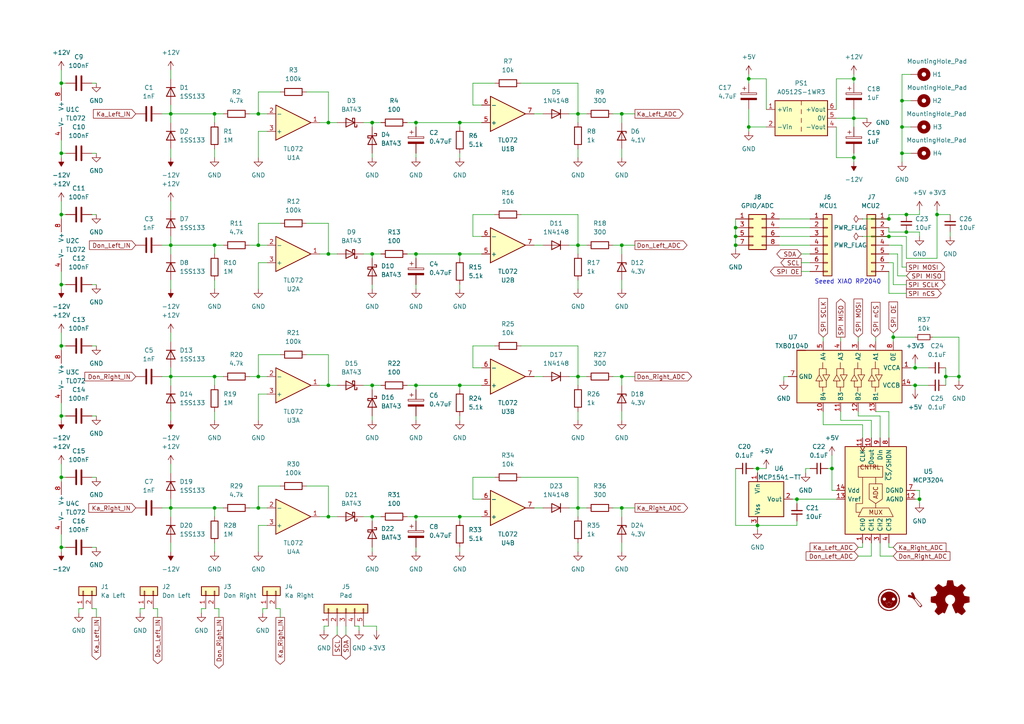
<source format=kicad_sch>
(kicad_sch (version 20230620) (generator eeschema)
  (paper "A4")
  (title_block (title "DonCon2040") (date "2023-07-27") (rev "5") (company "ravinrabbid"))
  (junction (at 120.65 35.56))
  (junction (at 133.35 35.56))
  (junction (at 17.78 100.33))
  (junction (at 17.78 138.43))
  (junction (at 180.34 71.12))
  (junction (at 219.71 152.4))
  (junction (at 62.23 71.12))
  (junction (at 247.65 45.72))
  (junction (at 266.7 144.78))
  (junction (at 95.25 35.56))
  (junction (at 180.34 109.22))
  (junction (at 49.53 109.22))
  (junction (at 271.78 62.23))
  (junction (at 17.78 62.23))
  (junction (at 265.43 111.76))
  (junction (at 120.65 111.76))
  (junction (at 17.78 44.45))
  (junction (at 74.93 109.22))
  (junction (at 257.81 68.58))
  (junction (at 167.64 147.32))
  (junction (at 95.25 73.66))
  (junction (at 107.95 149.86))
  (junction (at 74.93 71.12))
  (junction (at 213.36 66.04))
  (junction (at 261.62 36.83))
  (junction (at 49.53 147.32))
  (junction (at 107.95 35.56))
  (junction (at 133.35 111.76))
  (junction (at 74.93 33.02))
  (junction (at 62.23 147.32))
  (junction (at 217.17 36.83))
  (junction (at 274.32 109.22))
  (junction (at 107.95 111.76))
  (junction (at 167.64 71.12))
  (junction (at 62.23 33.02))
  (junction (at 133.35 149.86))
  (junction (at 120.65 149.86))
  (junction (at 167.64 33.02))
  (junction (at 62.23 109.22))
  (junction (at 74.93 147.32))
  (junction (at 180.34 147.32))
  (junction (at 213.36 71.12))
  (junction (at 265.43 106.68))
  (junction (at 261.62 44.45))
  (junction (at 247.65 34.29))
  (junction (at 133.35 73.66))
  (junction (at 17.78 24.13))
  (junction (at 259.08 97.79))
  (junction (at 49.53 33.02))
  (junction (at 217.17 22.86))
  (junction (at 262.89 62.23))
  (junction (at 95.25 111.76))
  (junction (at 17.78 158.75))
  (junction (at 17.78 120.65))
  (junction (at 261.62 29.21))
  (junction (at 120.65 73.66))
  (junction (at 278.13 109.22))
  (junction (at 167.64 109.22))
  (junction (at 219.71 135.89))
  (junction (at 262.89 67.31))
  (junction (at 107.95 73.66))
  (junction (at 95.25 149.86))
  (junction (at 17.78 82.55))
  (junction (at 231.14 144.78))
  (junction (at 213.36 68.58))
  (junction (at 247.65 22.86))
  (junction (at 180.34 33.02))
  (junction (at 241.3 135.89))
  (junction (at 257.81 63.5))
  (junction (at 49.53 71.12))
  (wire (pts (xy 264.16 106.68) (xy 265.43 106.68)))
  (wire (pts (xy 107.95 35.56) (xy 110.49 35.56)))
  (wire (pts (xy 242.57 34.29) (xy 247.65 34.29)))
  (wire (pts (xy 92.71 73.66) (xy 95.25 73.66)))
  (wire (pts (xy 151.13 24.13) (xy 167.64 24.13)))
  (wire (pts (xy 248.92 161.29) (xy 252.73 161.29)))
  (wire (pts (xy 58.42 176.53) (xy 59.69 176.53)))
  (wire (pts (xy 257.81 73.66) (xy 260.35 73.66)))
  (wire (pts (xy 250.19 68.58) (xy 257.81 68.58)))
  (wire (pts (xy 49.53 71.12) (xy 49.53 73.66)))
  (wire (pts (xy 262.89 74.93) (xy 271.78 74.93)))
  (wire (pts (xy 26.67 82.55) (xy 27.94 82.55)))
  (wire (pts (xy 17.78 100.33) (xy 17.78 101.6)))
  (wire (pts (xy 167.64 109.22) (xy 165.1 109.22)))
  (wire (pts (xy 81.28 26.67) (xy 74.93 26.67)))
  (wire (pts (xy 49.53 147.32) (xy 62.23 147.32)))
  (wire (pts (xy 167.64 33.02) (xy 165.1 33.02)))
  (wire (pts (xy 180.34 119.38) (xy 180.34 121.92)))
  (wire (pts (xy 46.99 33.02) (xy 49.53 33.02)))
  (wire (pts (xy 107.95 111.76) (xy 110.49 111.76)))
  (wire (pts (xy 95.25 102.87) (xy 88.9 102.87)))
  (wire (pts (xy 26.67 24.13) (xy 27.94 24.13)))
  (wire (pts (xy 257.81 78.74) (xy 257.81 85.09)))
  (wire (pts (xy 167.64 33.02) (xy 170.18 33.02)))
  (wire (pts (xy 72.39 147.32) (xy 74.93 147.32)))
  (wire (pts (xy 255.27 120.65) (xy 255.27 127)))
  (wire (pts (xy 17.78 138.43) (xy 19.05 138.43)))
  (wire (pts (xy 234.95 135.89) (xy 233.68 135.89)))
  (wire (pts (xy 17.78 96.52) (xy 17.78 100.33)))
  (wire (pts (xy 264.16 111.76) (xy 265.43 111.76)))
  (wire (pts (xy 49.53 147.32) (xy 49.53 149.86)))
  (wire (pts (xy 95.25 140.97) (xy 88.9 140.97)))
  (wire (pts (xy 247.65 22.86) (xy 247.65 24.13)))
  (wire (pts (xy 241.3 135.89) (xy 241.3 142.24)))
  (wire (pts (xy 74.93 76.2) (xy 74.93 83.82)))
  (wire (pts (xy 257.81 63.5) (xy 257.81 62.23)))
  (wire (pts (xy 254 119.38) (xy 257.81 119.38)))
  (wire (pts (xy 226.06 63.5) (xy 234.95 63.5)))
  (wire (pts (xy 49.53 109.22) (xy 49.53 111.76)))
  (wire (pts (xy 120.65 82.55) (xy 120.65 83.82)))
  (wire (pts (xy 167.64 147.32) (xy 165.1 147.32)))
  (wire (pts (xy 74.93 114.3) (xy 77.47 114.3)))
  (wire (pts (xy 107.95 73.66) (xy 110.49 73.66)))
  (wire (pts (xy 167.64 100.33) (xy 167.64 109.22)))
  (wire (pts (xy 242.57 36.83) (xy 242.57 45.72)))
  (wire (pts (xy 274.32 109.22) (xy 274.32 111.76)))
  (wire (pts (xy 242.57 22.86) (xy 247.65 22.86)))
  (wire (pts (xy 226.06 66.04) (xy 234.95 66.04)))
  (wire (pts (xy 26.67 158.75) (xy 27.94 158.75)))
  (wire (pts (xy 247.65 34.29) (xy 251.46 34.29)))
  (wire (pts (xy 266.7 67.31) (xy 266.7 68.58)))
  (wire (pts (xy 275.59 68.58) (xy 275.59 67.31)))
  (wire (pts (xy 219.71 135.89) (xy 219.71 137.16)))
  (wire (pts (xy 217.17 21.59) (xy 217.17 22.86)))
  (wire (pts (xy 120.65 35.56) (xy 120.65 36.83)))
  (wire (pts (xy 49.53 119.38) (xy 49.53 121.92)))
  (wire (pts (xy 72.39 33.02) (xy 74.93 33.02)))
  (wire (pts (xy 17.78 154.94) (xy 17.78 158.75)))
  (wire (pts (xy 133.35 149.86) (xy 133.35 151.13)))
  (wire (pts (xy 217.17 22.86) (xy 222.25 22.86)))
  (wire (pts (xy 62.23 71.12) (xy 62.23 73.66)))
  (wire (pts (xy 259.08 96.52) (xy 259.08 97.79)))
  (wire (pts (xy 107.95 158.75) (xy 107.95 160.02)))
  (wire (pts (xy 262.89 62.23) (xy 266.7 62.23)))
  (wire (pts (xy 137.16 100.33) (xy 137.16 106.68)))
  (wire (pts (xy 97.79 181.61) (xy 97.79 184.15)))
  (wire (pts (xy 22.86 177.8) (xy 22.86 176.53)))
  (wire (pts (xy 213.36 63.5) (xy 213.36 66.04)))
  (wire (pts (xy 219.71 152.4) (xy 231.14 152.4)))
  (wire (pts (xy 250.19 63.5) (xy 257.81 63.5)))
  (wire (pts (xy 229.87 144.78) (xy 231.14 144.78)))
  (wire (pts (xy 95.25 35.56) (xy 97.79 35.56)))
  (wire (pts (xy 231.14 144.78) (xy 242.57 144.78)))
  (wire (pts (xy 226.06 71.12) (xy 234.95 71.12)))
  (wire (pts (xy 74.93 64.77) (xy 74.93 71.12)))
  (wire (pts (xy 278.13 97.79) (xy 278.13 109.22)))
  (wire (pts (xy 74.93 76.2) (xy 77.47 76.2)))
  (wire (pts (xy 180.34 109.22) (xy 184.15 109.22)))
  (wire (pts (xy 250.19 158.75) (xy 250.19 157.48)))
  (wire (pts (xy 180.34 81.28) (xy 180.34 83.82)))
  (wire (pts (xy 40.64 176.53) (xy 41.91 176.53)))
  (wire (pts (xy 167.64 71.12) (xy 167.64 73.66)))
  (wire (pts (xy 255.27 157.48) (xy 255.27 161.29)))
  (wire (pts (xy 95.25 73.66) (xy 95.25 64.77)))
  (wire (pts (xy 167.64 138.43) (xy 167.64 147.32)))
  (wire (pts (xy 40.64 177.8) (xy 40.64 176.53)))
  (wire (pts (xy 238.76 123.19) (xy 250.19 123.19)))
  (wire (pts (xy 243.84 121.92) (xy 252.73 121.92)))
  (wire (pts (xy 217.17 36.83) (xy 222.25 36.83)))
  (wire (pts (xy 133.35 73.66) (xy 139.7 73.66)))
  (wire (pts (xy 257.81 119.38) (xy 257.81 127)))
  (wire (pts (xy 81.28 102.87) (xy 74.93 102.87)))
  (wire (pts (xy 137.16 30.48) (xy 139.7 30.48)))
  (wire (pts (xy 63.5 179.07) (xy 63.5 176.53)))
  (wire (pts (xy 45.72 176.53) (xy 44.45 176.53)))
  (wire (pts (xy 257.81 76.2) (xy 259.08 76.2)))
  (wire (pts (xy 271.78 62.23) (xy 271.78 60.96)))
  (wire (pts (xy 17.78 100.33) (xy 19.05 100.33)))
  (wire (pts (xy 49.53 134.62) (xy 49.53 137.16)))
  (wire (pts (xy 133.35 35.56) (xy 133.35 36.83)))
  (wire (pts (xy 154.94 147.32) (xy 157.48 147.32)))
  (wire (pts (xy 74.93 38.1) (xy 74.93 45.72)))
  (wire (pts (xy 243.84 119.38) (xy 243.84 121.92)))
  (wire (pts (xy 265.43 111.76) (xy 269.24 111.76)))
  (wire (pts (xy 17.78 116.84) (xy 17.78 120.65)))
  (wire (pts (xy 133.35 149.86) (xy 139.7 149.86)))
  (wire (pts (xy 62.23 43.18) (xy 62.23 45.72)))
  (wire (pts (xy 217.17 31.75) (xy 217.17 36.83)))
  (wire (pts (xy 177.8 33.02) (xy 180.34 33.02)))
  (wire (pts (xy 137.16 106.68) (xy 139.7 106.68)))
  (wire (pts (xy 109.22 181.61) (xy 105.41 181.61)))
  (wire (pts (xy 76.2 176.53) (xy 77.47 176.53)))
  (wire (pts (xy 233.68 135.89) (xy 233.68 137.16)))
  (wire (pts (xy 266.7 144.78) (xy 266.7 146.05)))
  (wire (pts (xy 213.36 68.58) (xy 213.36 71.12)))
  (wire (pts (xy 120.65 73.66) (xy 120.65 74.93)))
  (wire (pts (xy 17.78 20.32) (xy 17.78 24.13)))
  (wire (pts (xy 257.81 85.09) (xy 262.89 85.09)))
  (wire (pts (xy 133.35 111.76) (xy 133.35 113.03)))
  (wire (pts (xy 257.81 158.75) (xy 257.81 157.48)))
  (wire (pts (xy 49.53 33.02) (xy 49.53 35.56)))
  (wire (pts (xy 261.62 44.45) (xy 261.62 46.99)))
  (wire (pts (xy 133.35 73.66) (xy 133.35 74.93)))
  (wire (pts (xy 270.51 97.79) (xy 278.13 97.79)))
  (wire (pts (xy 74.93 38.1) (xy 77.47 38.1)))
  (wire (pts (xy 120.65 35.56) (xy 133.35 35.56)))
  (wire (pts (xy 74.93 140.97) (xy 74.93 147.32)))
  (wire (pts (xy 243.84 97.79) (xy 243.84 99.06)))
  (wire (pts (xy 143.51 138.43) (xy 137.16 138.43)))
  (wire (pts (xy 58.42 177.8) (xy 58.42 176.53)))
  (wire (pts (xy 105.41 149.86) (xy 107.95 149.86)))
  (wire (pts (xy 167.64 119.38) (xy 167.64 121.92)))
  (wire (pts (xy 95.25 111.76) (xy 97.79 111.76)))
  (wire (pts (xy 120.65 44.45) (xy 120.65 45.72)))
  (wire (pts (xy 72.39 109.22) (xy 74.93 109.22)))
  (wire (pts (xy 17.78 40.64) (xy 17.78 44.45)))
  (wire (pts (xy 180.34 157.48) (xy 180.34 160.02)))
  (wire (pts (xy 232.41 78.74) (xy 234.95 78.74)))
  (wire (pts (xy 151.13 138.43) (xy 167.64 138.43)))
  (wire (pts (xy 22.86 176.53) (xy 24.13 176.53)))
  (wire (pts (xy 62.23 109.22) (xy 62.23 111.76)))
  (wire (pts (xy 17.78 44.45) (xy 19.05 44.45)))
  (wire (pts (xy 265.43 142.24) (xy 266.7 142.24)))
  (wire (pts (xy 180.34 147.32) (xy 184.15 147.32)))
  (wire (pts (xy 17.78 138.43) (xy 17.78 139.7)))
  (wire (pts (xy 49.53 68.58) (xy 49.53 71.12)))
  (wire (pts (xy 95.25 26.67) (xy 88.9 26.67)))
  (wire (pts (xy 26.67 138.43) (xy 27.94 138.43)))
  (wire (pts (xy 231.14 151.13) (xy 231.14 152.4)))
  (wire (pts (xy 222.25 22.86) (xy 222.25 31.75)))
  (wire (pts (xy 137.16 62.23) (xy 137.16 68.58)))
  (wire (pts (xy 167.64 109.22) (xy 167.64 111.76)))
  (wire (pts (xy 107.95 73.66) (xy 107.95 74.93)))
  (wire (pts (xy 177.8 147.32) (xy 180.34 147.32)))
  (wire (pts (xy 262.89 68.58) (xy 262.89 74.93)))
  (wire (pts (xy 226.06 68.58) (xy 234.95 68.58)))
  (wire (pts (xy 180.34 147.32) (xy 180.34 149.86)))
  (wire (pts (xy 81.28 64.77) (xy 74.93 64.77)))
  (wire (pts (xy 26.67 100.33) (xy 27.94 100.33)))
  (wire (pts (xy 242.57 31.75) (xy 242.57 22.86)))
  (wire (pts (xy 109.22 181.61) (xy 109.22 182.88)))
  (wire (pts (xy 74.93 33.02) (xy 77.47 33.02)))
  (wire (pts (xy 271.78 62.23) (xy 275.59 62.23)))
  (wire (pts (xy 261.62 29.21) (xy 264.16 29.21)))
  (wire (pts (xy 74.93 102.87) (xy 74.93 109.22)))
  (wire (pts (xy 107.95 149.86) (xy 107.95 151.13)))
  (wire (pts (xy 137.16 138.43) (xy 137.16 144.78)))
  (wire (pts (xy 133.35 35.56) (xy 139.7 35.56)))
  (wire (pts (xy 107.95 82.55) (xy 107.95 83.82)))
  (wire (pts (xy 95.25 149.86) (xy 95.25 140.97)))
  (wire (pts (xy 49.53 144.78) (xy 49.53 147.32)))
  (wire (pts (xy 62.23 157.48) (xy 62.23 160.02)))
  (wire (pts (xy 81.28 140.97) (xy 74.93 140.97)))
  (wire (pts (xy 167.64 157.48) (xy 167.64 160.02)))
  (wire (pts (xy 62.23 33.02) (xy 49.53 33.02)))
  (wire (pts (xy 49.53 58.42) (xy 49.53 60.96)))
  (wire (pts (xy 102.87 181.61) (xy 104.14 181.61)))
  (wire (pts (xy 107.95 111.76) (xy 107.95 113.03)))
  (wire (pts (xy 261.62 77.47) (xy 262.89 77.47)))
  (wire (pts (xy 259.08 82.55) (xy 262.89 82.55)))
  (wire (pts (xy 180.34 43.18) (xy 180.34 45.72)))
  (wire (pts (xy 260.35 73.66) (xy 260.35 80.01)))
  (wire (pts (xy 104.14 181.61) (xy 104.14 182.88)))
  (wire (pts (xy 167.64 24.13) (xy 167.64 33.02)))
  (wire (pts (xy 17.78 158.75) (xy 17.78 160.02)))
  (wire (pts (xy 49.53 81.28) (xy 49.53 83.82)))
  (wire (pts (xy 17.78 134.62) (xy 17.78 138.43)))
  (wire (pts (xy 46.99 147.32) (xy 49.53 147.32)))
  (wire (pts (xy 213.36 135.89) (xy 213.36 152.4)))
  (wire (pts (xy 248.92 119.38) (xy 248.92 120.65)))
  (wire (pts (xy 252.73 121.92) (xy 252.73 127)))
  (wire (pts (xy 151.13 100.33) (xy 167.64 100.33)))
  (wire (pts (xy 64.77 109.22) (xy 62.23 109.22)))
  (wire (pts (xy 213.36 152.4) (xy 219.71 152.4)))
  (wire (pts (xy 62.23 109.22) (xy 49.53 109.22)))
  (wire (pts (xy 255.27 161.29) (xy 259.08 161.29)))
  (wire (pts (xy 133.35 82.55) (xy 133.35 83.82)))
  (wire (pts (xy 180.34 71.12) (xy 184.15 71.12)))
  (wire (pts (xy 27.94 176.53) (xy 26.67 176.53)))
  (wire (pts (xy 74.93 114.3) (xy 74.93 121.92)))
  (wire (pts (xy 17.78 78.74) (xy 17.78 82.55)))
  (wire (pts (xy 222.25 135.89) (xy 219.71 135.89)))
  (wire (pts (xy 81.28 179.07) (xy 81.28 176.53)))
  (wire (pts (xy 118.11 35.56) (xy 120.65 35.56)))
  (wire (pts (xy 120.65 149.86) (xy 133.35 149.86)))
  (wire (pts (xy 107.95 120.65) (xy 107.95 121.92)))
  (wire (pts (xy 247.65 34.29) (xy 247.65 36.83)))
  (wire (pts (xy 248.92 120.65) (xy 255.27 120.65)))
  (wire (pts (xy 260.35 80.01) (xy 262.89 80.01)))
  (wire (pts (xy 118.11 111.76) (xy 120.65 111.76)))
  (wire (pts (xy 265.43 111.76) (xy 265.43 113.03)))
  (wire (pts (xy 105.41 111.76) (xy 107.95 111.76)))
  (wire (pts (xy 107.95 149.86) (xy 110.49 149.86)))
  (wire (pts (xy 26.67 62.23) (xy 27.94 62.23)))
  (wire (pts (xy 167.64 81.28) (xy 167.64 83.82)))
  (wire (pts (xy 133.35 158.75) (xy 133.35 160.02)))
  (wire (pts (xy 271.78 74.93) (xy 271.78 62.23)))
  (wire (pts (xy 92.71 111.76) (xy 95.25 111.76)))
  (wire (pts (xy 26.67 120.65) (xy 27.94 120.65)))
  (wire (pts (xy 261.62 36.83) (xy 261.62 44.45)))
  (wire (pts (xy 17.78 62.23) (xy 19.05 62.23)))
  (wire (pts (xy 120.65 111.76) (xy 120.65 113.03)))
  (wire (pts (xy 265.43 106.68) (xy 269.24 106.68)))
  (wire (pts (xy 49.53 157.48) (xy 49.53 160.02)))
  (wire (pts (xy 62.23 147.32) (xy 62.23 149.86)))
  (wire (pts (xy 250.19 123.19) (xy 250.19 127)))
  (wire (pts (xy 167.64 109.22) (xy 170.18 109.22)))
  (wire (pts (xy 265.43 105.41) (xy 265.43 106.68)))
  (wire (pts (xy 17.78 58.42) (xy 17.78 62.23)))
  (wire (pts (xy 238.76 119.38) (xy 238.76 123.19)))
  (wire (pts (xy 81.28 176.53) (xy 80.01 176.53)))
  (wire (pts (xy 17.78 44.45) (xy 17.78 45.72)))
  (wire (pts (xy 154.94 71.12) (xy 157.48 71.12)))
  (wire (pts (xy 133.35 44.45) (xy 133.35 45.72)))
  (wire (pts (xy 261.62 36.83) (xy 264.16 36.83)))
  (wire (pts (xy 74.93 71.12) (xy 77.47 71.12)))
  (wire (pts (xy 247.65 45.72) (xy 247.65 46.99)))
  (wire (pts (xy 120.65 158.75) (xy 120.65 160.02)))
  (wire (pts (xy 257.81 62.23) (xy 262.89 62.23)))
  (wire (pts (xy 49.53 20.32) (xy 49.53 22.86)))
  (wire (pts (xy 120.65 120.65) (xy 120.65 121.92)))
  (wire (pts (xy 259.08 97.79) (xy 259.08 99.06)))
  (wire (pts (xy 62.23 119.38) (xy 62.23 121.92)))
  (wire (pts (xy 17.78 82.55) (xy 19.05 82.55)))
  (wire (pts (xy 219.71 152.4) (xy 219.71 153.67)))
  (wire (pts (xy 154.94 33.02) (xy 157.48 33.02)))
  (wire (pts (xy 46.99 109.22) (xy 49.53 109.22)))
  (wire (pts (xy 238.76 97.79) (xy 238.76 99.06)))
  (wire (pts (xy 93.98 181.61) (xy 93.98 182.88)))
  (wire (pts (xy 74.93 152.4) (xy 77.47 152.4)))
  (wire (pts (xy 95.25 111.76) (xy 95.25 102.87)))
  (wire (pts (xy 72.39 71.12) (xy 74.93 71.12)))
  (wire (pts (xy 218.44 135.89) (xy 219.71 135.89)))
  (wire (pts (xy 261.62 21.59) (xy 261.62 29.21)))
  (wire (pts (xy 49.53 96.52) (xy 49.53 99.06)))
  (wire (pts (xy 105.41 35.56) (xy 107.95 35.56)))
  (wire (pts (xy 252.73 161.29) (xy 252.73 157.48)))
  (wire (pts (xy 76.2 177.8) (xy 76.2 176.53)))
  (wire (pts (xy 17.78 82.55) (xy 17.78 83.82)))
  (wire (pts (xy 234.95 76.2) (xy 232.41 76.2)))
  (wire (pts (xy 63.5 176.53) (xy 62.23 176.53)))
  (wire (pts (xy 143.51 62.23) (xy 137.16 62.23)))
  (wire (pts (xy 177.8 109.22) (xy 180.34 109.22)))
  (wire (pts (xy 17.78 24.13) (xy 17.78 25.4)))
  (wire (pts (xy 167.64 71.12) (xy 170.18 71.12)))
  (wire (pts (xy 92.71 149.86) (xy 95.25 149.86)))
  (wire (pts (xy 95.25 149.86) (xy 97.79 149.86)))
  (wire (pts (xy 74.93 147.32) (xy 77.47 147.32)))
  (wire (pts (xy 100.33 181.61) (xy 100.33 184.15)))
  (wire (pts (xy 180.34 71.12) (xy 180.34 73.66)))
  (wire (pts (xy 46.99 71.12) (xy 49.53 71.12)))
  (wire (pts (xy 17.78 24.13) (xy 19.05 24.13)))
  (wire (pts (xy 74.93 109.22) (xy 77.47 109.22)))
  (wire (pts (xy 257.81 67.31) (xy 262.89 67.31)))
  (wire (pts (xy 17.78 62.23) (xy 17.78 63.5)))
  (wire (pts (xy 180.34 33.02) (xy 180.34 35.56)))
  (wire (pts (xy 49.53 43.18) (xy 49.53 45.72)))
  (wire (pts (xy 247.65 21.59) (xy 247.65 22.86)))
  (wire (pts (xy 95.25 181.61) (xy 93.98 181.61)))
  (wire (pts (xy 107.95 35.56) (xy 107.95 36.83)))
  (wire (pts (xy 213.36 66.04) (xy 213.36 68.58)))
  (wire (pts (xy 120.65 149.86) (xy 120.65 151.13)))
  (wire (pts (xy 17.78 120.65) (xy 19.05 120.65)))
  (wire (pts (xy 265.43 144.78) (xy 266.7 144.78)))
  (wire (pts (xy 257.81 71.12) (xy 261.62 71.12)))
  (wire (pts (xy 137.16 144.78) (xy 139.7 144.78)))
  (wire (pts (xy 167.64 62.23) (xy 167.64 71.12)))
  (wire (pts (xy 151.13 62.23) (xy 167.64 62.23)))
  (wire (pts (xy 120.65 111.76) (xy 133.35 111.76)))
  (wire (pts (xy 95.25 35.56) (xy 95.25 26.67)))
  (wire (pts (xy 217.17 38.1) (xy 217.17 36.83)))
  (wire (pts (xy 95.25 73.66) (xy 97.79 73.66)))
  (wire (pts (xy 133.35 111.76) (xy 139.7 111.76)))
  (wire (pts (xy 241.3 142.24) (xy 242.57 142.24)))
  (wire (pts (xy 278.13 109.22) (xy 274.32 109.22)))
  (wire (pts (xy 74.93 26.67) (xy 74.93 33.02)))
  (wire (pts (xy 74.93 152.4) (xy 74.93 160.02)))
  (wire (pts (xy 261.62 71.12) (xy 261.62 77.47)))
  (wire (pts (xy 227.33 109.22) (xy 228.6 109.22)))
  (wire (pts (xy 49.53 30.48) (xy 49.53 33.02)))
  (wire (pts (xy 261.62 29.21) (xy 261.62 36.83)))
  (wire (pts (xy 120.65 73.66) (xy 133.35 73.66)))
  (wire (pts (xy 167.64 147.32) (xy 167.64 149.86)))
  (wire (pts (xy 254 97.79) (xy 254 99.06)))
  (wire (pts (xy 167.64 43.18) (xy 167.64 45.72)))
  (wire (pts (xy 274.32 106.68) (xy 274.32 109.22)))
  (wire (pts (xy 240.03 135.89) (xy 241.3 135.89)))
  (wire (pts (xy 177.8 71.12) (xy 180.34 71.12)))
  (wire (pts (xy 248.92 97.79) (xy 248.92 99.06)))
  (wire (pts (xy 247.65 45.72) (xy 247.65 44.45)))
  (wire (pts (xy 62.23 71.12) (xy 49.53 71.12)))
  (wire (pts (xy 133.35 120.65) (xy 133.35 121.92)))
  (wire (pts (xy 257.81 66.04) (xy 257.81 67.31)))
  (wire (pts (xy 64.77 33.02) (xy 62.23 33.02)))
  (wire (pts (xy 278.13 110.49) (xy 278.13 109.22)))
  (wire (pts (xy 137.16 24.13) (xy 137.16 30.48)))
  (wire (pts (xy 242.57 45.72) (xy 247.65 45.72)))
  (wire (pts (xy 261.62 21.59) (xy 264.16 21.59)))
  (wire (pts (xy 64.77 71.12) (xy 62.23 71.12)))
  (wire (pts (xy 17.78 120.65) (xy 17.78 121.92)))
  (wire (pts (xy 95.25 64.77) (xy 88.9 64.77)))
  (wire (pts (xy 45.72 179.07) (xy 45.72 176.53)))
  (wire (pts (xy 105.41 73.66) (xy 107.95 73.66)))
  (wire (pts (xy 261.62 44.45) (xy 264.16 44.45)))
  (wire (pts (xy 143.51 100.33) (xy 137.16 100.33)))
  (wire (pts (xy 266.7 142.24) (xy 266.7 144.78)))
  (wire (pts (xy 26.67 44.45) (xy 27.94 44.45)))
  (wire (pts (xy 167.64 71.12) (xy 165.1 71.12)))
  (wire (pts (xy 27.94 179.07) (xy 27.94 176.53)))
  (wire (pts (xy 232.41 73.66) (xy 234.95 73.66)))
  (wire (pts (xy 154.94 109.22) (xy 157.48 109.22)))
  (wire (pts (xy 262.89 67.31) (xy 266.7 67.31)))
  (wire (pts (xy 241.3 132.08) (xy 241.3 135.89)))
  (wire (pts (xy 107.95 44.45) (xy 107.95 45.72)))
  (wire (pts (xy 167.64 33.02) (xy 167.64 35.56)))
  (wire (pts (xy 167.64 147.32) (xy 170.18 147.32)))
  (wire (pts (xy 62.23 33.02) (xy 62.23 35.56)))
  (wire (pts (xy 217.17 22.86) (xy 217.17 24.13)))
  (wire (pts (xy 118.11 149.86) (xy 120.65 149.86)))
  (wire (pts (xy 17.78 158.75) (xy 19.05 158.75)))
  (wire (pts (xy 92.71 35.56) (xy 95.25 35.56)))
  (wire (pts (xy 180.34 33.02) (xy 184.15 33.02)))
  (wire (pts (xy 266.7 62.23) (xy 266.7 60.96)))
  (wire (pts (xy 64.77 147.32) (xy 62.23 147.32)))
  (wire (pts (xy 213.36 71.12) (xy 213.36 72.39)))
  (wire (pts (xy 180.34 109.22) (xy 180.34 111.76)))
  (wire (pts (xy 137.16 68.58) (xy 139.7 68.58)))
  (wire (pts (xy 231.14 144.78) (xy 231.14 146.05)))
  (wire (pts (xy 227.33 109.22) (xy 227.33 110.49)))
  (wire (pts (xy 257.81 68.58) (xy 262.89 68.58)))
  (wire (pts (xy 250.19 158.75) (xy 248.92 158.75)))
  (wire (pts (xy 143.51 24.13) (xy 137.16 24.13)))
  (wire (pts (xy 118.11 73.66) (xy 120.65 73.66)))
  (wire (pts (xy 62.23 81.28) (xy 62.23 83.82)))
  (wire (pts (xy 49.53 106.68) (xy 49.53 109.22)))
  (wire (pts (xy 247.65 31.75) (xy 247.65 34.29)))
  (wire (pts (xy 259.08 97.79) (xy 265.43 97.79)))
  (wire (pts (xy 257.81 158.75) (xy 259.08 158.75)))
  (wire (pts (xy 259.08 76.2) (xy 259.08 82.55)))
  (text "Seeed XIAO RP2040" (exclude_from_sim yes) (at 236.22 82.55 0) (effects (font (size 1.27 1.27)) (justify left bottom)))
  (global_label "Ka_Right_ADC" (shape input) (at 259.08 158.75 0) (property "Intersheetrefs" "${INTERSHEET_REFS}" (effects hide)))
  (global_label "Don_Right_ADC" (shape input) (at 259.08 161.29 0) (property "Intersheetrefs" "${INTERSHEET_REFS}" (effects hide)))
  (global_label "SPI nCS" (shape input) (at 254 97.79 90) (property "Intersheetrefs" "${INTERSHEET_REFS}" (effects hide)))
  (global_label "SPI OE" (shape input) (at 259.08 96.52 90) (property "Intersheetrefs" "${INTERSHEET_REFS}" (effects hide)))
  (global_label "Don_Right_IN" (shape output) (at 63.5 179.07 270) (property "Intersheetrefs" "${INTERSHEET_REFS}" (effects hide)))
  (global_label "SPI MISO" (shape input) (at 262.89 80.01 0) (property "Intersheetrefs" "${INTERSHEET_REFS}" (effects hide)))
  (global_label "SDA" (shape bidirectional) (at 232.41 73.66 180) (property "Intersheetrefs" "${INTERSHEET_REFS}" (effects hide)))
  (global_label "Don_Left_IN" (shape output) (at 45.72 179.07 270) (property "Intersheetrefs" "${INTERSHEET_REFS}" (effects hide)))
  (global_label "Don_Left_ADC" (shape input) (at 248.92 161.29 180) (property "Intersheetrefs" "${INTERSHEET_REFS}" (effects hide)))
  (global_label "Ka_Right_IN" (shape input) (at 39.37 147.32 180) (property "Intersheetrefs" "${INTERSHEET_REFS}" (effects hide)))
  (global_label "SPI MOSI" (shape input) (at 248.92 97.79 90) (property "Intersheetrefs" "${INTERSHEET_REFS}" (effects hide)))
  (global_label "Ka_Right_IN" (shape output) (at 81.28 179.07 270) (property "Intersheetrefs" "${INTERSHEET_REFS}" (effects hide)))
  (global_label "SPI SCLK" (shape output) (at 262.89 82.55 0) (property "Intersheetrefs" "${INTERSHEET_REFS}" (effects hide)))
  (global_label "SPI MISO" (shape output) (at 243.84 97.79 90) (property "Intersheetrefs" "${INTERSHEET_REFS}" (effects hide)))
  (global_label "Ka_Left_ADC" (shape input) (at 248.92 158.75 180) (property "Intersheetrefs" "${INTERSHEET_REFS}" (effects hide)))
  (global_label "Don_Left_ADC" (shape output) (at 184.15 71.12 0) (property "Intersheetrefs" "${INTERSHEET_REFS}" (effects hide)))
  (global_label "SPI OE" (shape output) (at 232.41 78.74 180) (property "Intersheetrefs" "${INTERSHEET_REFS}" (effects hide)))
  (global_label "Don_Right_ADC" (shape output) (at 184.15 109.22 0) (property "Intersheetrefs" "${INTERSHEET_REFS}" (effects hide)))
  (global_label "Don_Left_IN" (shape input) (at 39.37 71.12 180) (property "Intersheetrefs" "${INTERSHEET_REFS}" (effects hide)))
  (global_label "Ka_Left_IN" (shape output) (at 27.94 179.07 270) (property "Intersheetrefs" "${INTERSHEET_REFS}" (effects hide)))
  (global_label "SDA" (shape bidirectional) (at 100.33 184.15 270) (property "Intersheetrefs" "${INTERSHEET_REFS}" (effects hide)))
  (global_label "Ka_Left_ADC" (shape output) (at 184.15 33.02 0) (property "Intersheetrefs" "${INTERSHEET_REFS}" (effects hide)))
  (global_label "Ka_Right_ADC" (shape output) (at 184.15 147.32 0) (property "Intersheetrefs" "${INTERSHEET_REFS}" (effects hide)))
  (global_label "SPI SCLK" (shape input) (at 238.76 97.79 90) (property "Intersheetrefs" "${INTERSHEET_REFS}" (effects hide)))
  (global_label "Ka_Left_IN" (shape input) (at 39.37 33.02 180) (property "Intersheetrefs" "${INTERSHEET_REFS}" (effects hide)))
  (global_label "SCL" (shape output) (at 232.41 76.2 180) (property "Intersheetrefs" "${INTERSHEET_REFS}" (effects hide)))
  (global_label "SPI MOSI" (shape output) (at 262.89 77.47 0) (property "Intersheetrefs" "${INTERSHEET_REFS}" (effects hide)))
  (global_label "SCL" (shape input) (at 97.79 184.15 270) (property "Intersheetrefs" "${INTERSHEET_REFS}" (effects hide)))
  (global_label "Don_Right_IN" (shape input) (at 39.37 109.22 180) (property "Intersheetrefs" "${INTERSHEET_REFS}" (effects hide)))
  (global_label "SPI nCS" (shape output) (at 262.89 85.09 0) (property "Intersheetrefs" "${INTERSHEET_REFS}" (effects hide)))
  (symbol (lib_id "power:GND") (at 233.68 137.16 0) (unit 1)
    (property "Reference" "#PWR079" (effects hide))
    (property "Value" "GND" (at 233.68 142.24 0))
  )
  (symbol (lib_id "power:GND") (at 180.34 83.82 0) (unit 1)
    (property "Reference" "#PWR022" (effects hide))
    (property "Value" "GND" (at 180.34 88.9 0))
  )
  (symbol (lib_id "Diode:1N4148") (at 49.53 102.87 270) (unit 1)
    (property "Reference" "D13" (at 52.07 101.6 90) (effects (justify left)))
    (property "Value" "1SS133" (at 52.07 104.14 90) (effects (justify left)))
    (property "Footprint" "Diode_THT:D_DO-35_SOD27_P7.62mm_Horizontal" (effects hide))
    (property "Datasheet" "https://assets.nexperia.com/documents/data-sheet/1N4148_1N4448.pdf" (effects hide))
    (property "Sim.Device" "D" (effects hide))
    (property "Sim.Pins" "1=K 2=A" (effects hide))
  )
  (symbol (lib_id "power:GND") (at 266.7 68.58 0) (unit 1)
    (property "Reference" "#PWR061" (effects hide))
    (property "Value" "GND" (at 266.7 73.66 0))
  )
  (symbol (lib_id "Mechanical:MountingHole_Pad") (at 266.7 29.21 270) (unit 1)
    (property "Reference" "H2" (at 271.78 29.21 90))
    (property "Value" "MountingHole_Pad" (at 271.78 25.4 90))
    (property "Footprint" "MountingHole:MountingHole_4.5mm_Pad_TopOnly" (effects hide))
  )
  (symbol (lib_id "Device:R") (at 167.64 39.37 180) (unit 1)
    (property "Reference" "R8" (at 170.18 38.1 0) (effects (justify right)))
    (property "Value" "1k" (at 170.18 40.64 0) (effects (justify right)))
    (property "Footprint" "Resistor_THT:R_Axial_DIN0207_L6.3mm_D2.5mm_P7.62mm_Horizontal" (effects hide))
  )
  (symbol (lib_id "power:GND") (at 180.34 45.72 0) (unit 1)
    (property "Reference" "#PWR011" (effects hide))
    (property "Value" "GND" (at 180.34 50.8 0))
  )
  (symbol (lib_id "power:GND") (at 217.17 38.1 0) (unit 1)
    (property "Reference" "#PWR064" (effects hide))
    (property "Value" "GND" (at 217.17 43.18 0))
  )
  (symbol (lib_id "power:PWR_FLAG") (at 250.19 63.5 90) (unit 1)
    (property "Reference" "#FLG01" (effects hide))
    (property "Value" "PWR_FLAG" (at 251.46 66.04 90) (effects (justify left)))
  )
  (symbol (lib_id "CustomLogos:Leek") (at 265.43 173.99 0) (unit 1) (in_bom no) (on_board no)
    (property "Reference" "#SYM3" (effects hide))
    (property "Value" "Leek" (effects hide))
    (property "Sim.Enable" "0" (effects hide))
  )
  (symbol (lib_id "power:+12V") (at 49.53 96.52 0) (unit 1)
    (property "Reference" "#PWR025" (effects hide))
    (property "Value" "+12V" (at 49.53 91.44 0))
  )
  (symbol (lib_id "power:GND") (at 120.65 83.82 0) (unit 1)
    (property "Reference" "#PWR019" (effects hide))
    (property "Value" "GND" (at 120.65 88.9 0))
  )
  (symbol (lib_id "power:+3V3") (at 109.22 182.88 180) (unit 1)
    (property "Reference" "#PWR058" (effects hide))
    (property "Value" "+3V3" (at 109.22 187.96 0))
  )
  (symbol (lib_id "power:GND") (at 58.42 177.8 0) (unit 1)
    (property "Reference" "#PWR055" (effects hide))
    (property "Value" "GND" (at 58.42 182.88 0))
  )
  (symbol (lib_id "power:+5V") (at 217.17 21.59 0) (unit 1)
    (property "Reference" "#PWR062" (effects hide))
    (property "Value" "+5V" (at 217.17 16.51 0))
  )
  (symbol (lib_id "Device:R") (at 85.09 26.67 90) (unit 1)
    (property "Reference" "R3" (at 85.09 20.32 90))
    (property "Value" "100k" (at 85.09 22.86 90))
    (property "Footprint" "Resistor_THT:R_Axial_DIN0207_L6.3mm_D2.5mm_P7.62mm_Horizontal" (effects hide))
  )
  (symbol (lib_id "Amplifier_Operational:TL072") (at 147.32 109.22 0) (mirror x) (unit 2)
    (property "Reference" "U3" (at 147.32 119.38 0))
    (property "Value" "TL072" (at 147.32 116.84 0))
    (property "Footprint" "Package_DIP:DIP-8_W7.62mm_Socket" (effects hide))
    (property "Datasheet" "http://www.ti.com/lit/ds/symlink/tl071.pdf" (effects hide))
  )
  (symbol (lib_id "Converter_DCDC:IA0512S") (at 232.41 34.29 0) (unit 1)
    (property "Reference" "PS1" (at 232.41 24.13 0))
    (property "Value" "A0512S-1WR3" (at 232.41 26.67 0))
    (property "Footprint" "Converter_DCDC:Converter_DCDC_XP_POWER-IAxxxxS_THT" (effects hide))
    (property "Datasheet" "https://www.xppower.com/pdfs/SF_IA.pdf" (effects hide))
  )
  (symbol (lib_id "Device:R") (at 173.99 109.22 270) (unit 1)
    (property "Reference" "R27" (at 173.99 102.87 90))
    (property "Value" "300" (at 173.99 105.41 90))
    (property "Footprint" "Resistor_THT:R_Axial_DIN0207_L6.3mm_D2.5mm_P7.62mm_Horizontal" (effects hide))
  )
  (symbol (lib_id "Device:C_Small") (at 271.78 111.76 270) (unit 1)
    (property "Reference" "C25" (at 271.78 115.57 90))
    (property "Value" "0.1uF" (at 271.78 118.11 90))
    (property "Footprint" "Capacitor_SMD:C_0805_2012Metric_Pad1.18x1.45mm_HandSolder" (effects hide))
    (property "Description" "Unpolarized capacitor, small symbol" (effects hide))
  )
  (symbol (lib_id "Amplifier_Operational:TL072") (at 147.32 71.12 0) (mirror x) (unit 2)
    (property "Reference" "U2" (at 147.32 81.28 0))
    (property "Value" "TL072" (at 147.32 78.74 0))
    (property "Footprint" "Package_DIP:DIP-8_W7.62mm_Socket" (effects hide))
    (property "Datasheet" "http://www.ti.com/lit/ds/symlink/tl071.pdf" (effects hide))
  )
  (symbol (lib_id "power:GND") (at 133.35 121.92 0) (unit 1)
    (property "Reference" "#PWR031" (effects hide))
    (property "Value" "GND" (at 133.35 127 0))
  )
  (symbol (lib_id "Diode:1N4148") (at 49.53 77.47 270) (unit 1)
    (property "Reference" "D8" (at 52.07 76.2 90) (effects (justify left)))
    (property "Value" "1SS133" (at 52.07 78.74 90) (effects (justify left)))
    (property "Footprint" "Diode_THT:D_DO-35_SOD27_P7.62mm_Horizontal" (effects hide))
    (property "Datasheet" "https://assets.nexperia.com/documents/data-sheet/1N4148_1N4448.pdf" (effects hide))
    (property "Sim.Device" "D" (effects hide))
    (property "Sim.Pins" "1=K 2=A" (effects hide))
  )
  (symbol (lib_id "Device:R") (at 68.58 71.12 270) (unit 1)
    (property "Reference" "R11" (at 68.58 64.77 90))
    (property "Value" "4.7k" (at 68.58 67.31 90))
    (property "Footprint" "Resistor_THT:R_Axial_DIN0207_L6.3mm_D2.5mm_P7.62mm_Horizontal" (effects hide))
  )
  (symbol (lib_id "power:GND") (at 62.23 160.02 0) (unit 1)
    (property "Reference" "#PWR038" (effects hide))
    (property "Value" "GND" (at 62.23 165.1 0))
  )
  (symbol (lib_id "power:GND") (at 133.35 45.72 0) (unit 1)
    (property "Reference" "#PWR09" (effects hide))
    (property "Value" "GND" (at 133.35 50.8 0))
  )
  (symbol (lib_id "Diode:1N4148") (at 49.53 39.37 270) (unit 1)
    (property "Reference" "D2" (at 52.07 38.1 90) (effects (justify left)))
    (property "Value" "1SS133" (at 52.07 40.64 90) (effects (justify left)))
    (property "Footprint" "Diode_THT:D_DO-35_SOD27_P7.62mm_Horizontal" (effects hide))
    (property "Datasheet" "https://assets.nexperia.com/documents/data-sheet/1N4148_1N4448.pdf" (effects hide))
    (property "Sim.Device" "D" (effects hide))
    (property "Sim.Pins" "1=K 2=A" (effects hide))
  )
  (symbol (lib_id "Device:C_Small") (at 275.59 64.77 180) (unit 1)
    (property "Reference" "C26" (at 278.13 63.4936 0) (effects (justify right)))
    (property "Value" "10uF" (at 278.13 66.0336 0) (effects (justify right)))
    (property "Footprint" "Capacitor_SMD:C_0805_2012Metric_Pad1.18x1.45mm_HandSolder" (effects hide))
    (property "Description" "Unpolarized capacitor, small symbol" (effects hide))
  )
  (symbol (lib_id "power:GND") (at 213.36 72.39 0) (unit 1)
    (property "Reference" "#PWR071" (effects hide))
    (property "Value" "GND" (at 213.36 77.47 0))
  )
  (symbol (lib_id "Device:R") (at 85.09 64.77 90) (unit 1)
    (property "Reference" "R12" (at 85.09 58.42 90))
    (property "Value" "100k" (at 85.09 60.96 90))
    (property "Footprint" "Resistor_THT:R_Axial_DIN0207_L6.3mm_D2.5mm_P7.62mm_Horizontal" (effects hide))
  )
  (symbol (lib_id "Amplifier_Operational:TL072") (at 85.09 149.86 0) (mirror x) (unit 1)
    (property "Reference" "U4" (at 85.09 160.02 0))
    (property "Value" "TL072" (at 85.09 157.48 0))
    (property "Footprint" "Package_DIP:DIP-8_W7.62mm_Socket" (effects hide))
    (property "Datasheet" "http://www.ti.com/lit/ds/symlink/tl071.pdf" (effects hide))
  )
  (symbol (lib_id "Diode:1N4148") (at 161.29 109.22 180) (unit 1)
    (property "Reference" "D17" (at 161.29 102.87 0))
    (property "Value" "1N4148" (at 161.29 105.41 0))
    (property "Footprint" "Diode_THT:D_DO-35_SOD27_P7.62mm_Horizontal" (effects hide))
    (property "Datasheet" "https://assets.nexperia.com/documents/data-sheet/1N4148_1N4448.pdf" (effects hide))
    (property "Sim.Device" "D" (effects hide))
    (property "Sim.Pins" "1=K 2=A" (effects hide))
  )
  (symbol (lib_id "power:GND") (at 62.23 83.82 0) (unit 1)
    (property "Reference" "#PWR016" (effects hide))
    (property "Value" "GND" (at 62.23 88.9 0))
  )
  (symbol (lib_id "Connector_Generic:Conn_01x07") (at 240.03 71.12 0) (unit 1)
    (property "Reference" "J6" (at 238.76 57.15 0) (effects (justify left)))
    (property "Value" "MCU1" (at 237.49 59.69 0) (effects (justify left)))
    (property "Footprint" "Connector_PinSocket_2.54mm:PinSocket_1x07_P2.54mm_Vertical" (effects hide))
  )
  (symbol (lib_id "Device:C") (at 22.86 100.33 90) (unit 1)
    (property "Reference" "C13" (at 22.86 92.71 90))
    (property "Value" "100nF" (at 22.86 95.25 90))
    (property "Footprint" "Capacitor_THT:C_Disc_D3.8mm_W2.6mm_P2.50mm" (effects hide))
  )
  (symbol (lib_id "power:GND") (at 219.71 153.67 0) (unit 1)
    (property "Reference" "#PWR077" (effects hide))
    (property "Value" "GND" (at 219.71 158.75 0))
  )
  (symbol (lib_id "Device:R") (at 133.35 40.64 180) (unit 1)
    (property "Reference" "R6" (at 135.89 39.37 0) (effects (justify right)))
    (property "Value" "5.1k" (at 135.89 41.91 0) (effects (justify right)))
    (property "Footprint" "Resistor_THT:R_Axial_DIN0207_L6.3mm_D2.5mm_P7.62mm_Horizontal" (effects hide))
  )
  (symbol (lib_id "power:-12V") (at 49.53 121.92 180) (unit 1)
    (property "Reference" "#PWR026" (effects hide))
    (property "Value" "-12V" (at 49.53 127 0))
  )
  (symbol (lib_id "Device:R") (at 68.58 109.22 270) (unit 1)
    (property "Reference" "R20" (at 68.58 102.87 90))
    (property "Value" "4.7k" (at 68.58 105.41 90))
    (property "Footprint" "Resistor_THT:R_Axial_DIN0207_L6.3mm_D2.5mm_P7.62mm_Horizontal" (effects hide))
  )
  (symbol (lib_id "Device:C_Polarized") (at 247.65 40.64 0) (unit 1)
    (property "Reference" "C19" (at 251.46 38.481 0) (effects (justify left)))
    (property "Value" "1uF" (at 251.46 41.021 0) (effects (justify left)))
    (property "Footprint" "Capacitor_THT:CP_Radial_D5.0mm_P2.00mm" (effects hide))
  )
  (symbol (lib_id "power:GND") (at 120.65 121.92 0) (unit 1)
    (property "Reference" "#PWR030" (effects hide))
    (property "Value" "GND" (at 120.65 127 0))
  )
  (symbol (lib_id "power:GND") (at 74.93 160.02 0) (unit 1)
    (property "Reference" "#PWR039" (effects hide))
    (property "Value" "GND" (at 74.93 165.1 0))
  )
  (symbol (lib_id "power:GND") (at 133.35 160.02 0) (unit 1)
    (property "Reference" "#PWR042" (effects hide))
    (property "Value" "GND" (at 133.35 165.1 0))
  )
  (symbol (lib_id "Connector_Generic:Conn_01x02") (at 59.69 171.45 90) (unit 1)
    (property "Reference" "J3" (at 64.77 170.18 90) (effects (justify right)))
    (property "Value" "Don Right" (at 64.77 172.72 90) (effects (justify right)))
    (property "Footprint" "Connector_JST:JST_PH_S2B-PH-K_1x02_P2.00mm_Horizontal" (effects hide))
  )
  (symbol (lib_id "Device:R") (at 167.64 77.47 180) (unit 1)
    (property "Reference" "R17" (at 170.18 76.2 0) (effects (justify right)))
    (property "Value" "1k" (at 170.18 78.74 0) (effects (justify right)))
    (property "Footprint" "Resistor_THT:R_Axial_DIN0207_L6.3mm_D2.5mm_P7.62mm_Horizontal" (effects hide))
  )
  (symbol (lib_id "power:GND") (at 62.23 121.92 0) (unit 1)
    (property "Reference" "#PWR027" (effects hide))
    (property "Value" "GND" (at 62.23 127 0))
  )
  (symbol (lib_id "power:-12V") (at 49.53 160.02 180) (unit 1)
    (property "Reference" "#PWR037" (effects hide))
    (property "Value" "-12V" (at 49.53 165.1 0))
  )
  (symbol (lib_id "Device:R") (at 147.32 62.23 90) (unit 1)
    (property "Reference" "R16" (at 147.32 55.88 90))
    (property "Value" "10k" (at 147.32 58.42 90))
    (property "Footprint" "Resistor_THT:R_Axial_DIN0207_L6.3mm_D2.5mm_P7.62mm_Horizontal" (effects hide))
  )
  (symbol (lib_id "Device:D_Zener") (at 180.34 115.57 270) (unit 1)
    (property "Reference" "D18" (at 182.88 114.3 90) (effects (justify left)))
    (property "Value" "4.3V" (at 182.88 116.84 90) (effects (justify left)))
    (property "Footprint" "Diode_THT:D_DO-35_SOD27_P7.62mm_Horizontal" (effects hide))
  )
  (symbol (lib_id "Device:C_Polarized") (at 217.17 27.94 0) (unit 1)
    (property "Reference" "C17" (at 208.28 25.4 0) (effects (justify left)))
    (property "Value" "4.7uF" (at 208.28 27.94 0) (effects (justify left)))
    (property "Footprint" "Capacitor_THT:CP_Radial_D5.0mm_P2.00mm" (effects hide))
  )
  (symbol (lib_id "Mechanical:MountingHole_Pad") (at 266.7 44.45 270) (unit 1)
    (property "Reference" "H4" (at 270.51 44.45 90) (effects (justify left)))
    (property "Value" "MountingHole_Pad" (at 262.89 40.64 90) (effects (justify left)))
    (property "Footprint" "MountingHole:MountingHole_4.5mm_Pad_TopOnly" (effects hide))
  )
  (symbol (lib_id "power:-12V") (at 49.53 45.72 180) (unit 1)
    (property "Reference" "#PWR04" (effects hide))
    (property "Value" "-12V" (at 49.53 50.8 0))
  )
  (symbol (lib_id "power:GND") (at 74.93 121.92 0) (unit 1)
    (property "Reference" "#PWR028" (effects hide))
    (property "Value" "GND" (at 74.93 127 0))
  )
  (symbol (lib_id "power:GND") (at 107.95 83.82 0) (unit 1)
    (property "Reference" "#PWR018" (effects hide))
    (property "Value" "GND" (at 107.95 88.9 0))
  )
  (symbol (lib_id "Device:C_Small") (at 271.78 106.68 90) (unit 1)
    (property "Reference" "C24" (at 271.7863 100.33 90))
    (property "Value" "0.1uF" (at 271.7863 102.87 90))
    (property "Footprint" "Capacitor_SMD:C_0805_2012Metric_Pad1.18x1.45mm_HandSolder" (effects hide))
    (property "Description" "Unpolarized capacitor, small symbol" (effects hide))
  )
  (symbol (lib_id "power:+3V3") (at 271.78 60.96 0) (unit 1)
    (property "Reference" "#PWR059" (effects hide))
    (property "Value" "+3V3" (at 271.78 55.88 0))
  )
  (symbol (lib_id "Diode:1N4148") (at 161.29 147.32 180) (unit 1)
    (property "Reference" "D23" (at 161.29 140.97 0))
    (property "Value" "1N4148" (at 161.29 143.51 0))
    (property "Footprint" "Diode_THT:D_DO-35_SOD27_P7.62mm_Horizontal" (effects hide))
    (property "Datasheet" "https://assets.nexperia.com/documents/data-sheet/1N4148_1N4448.pdf" (effects hide))
    (property "Sim.Device" "D" (effects hide))
    (property "Sim.Pins" "1=K 2=A" (effects hide))
  )
  (symbol (lib_id "Device:R") (at 85.09 102.87 90) (unit 1)
    (property "Reference" "R21" (at 85.09 96.52 90))
    (property "Value" "100k" (at 85.09 99.06 90))
    (property "Footprint" "Resistor_THT:R_Axial_DIN0207_L6.3mm_D2.5mm_P7.62mm_Horizontal" (effects hide))
  )
  (symbol (lib_id "Device:C") (at 22.86 120.65 90) (unit 1)
    (property "Reference" "C14" (at 22.86 113.03 90))
    (property "Value" "100nF" (at 22.86 115.57 90))
    (property "Footprint" "Capacitor_THT:C_Disc_D3.8mm_W2.6mm_P2.50mm" (effects hide))
  )
  (symbol (lib_id "Connector_Generic:Conn_01x02") (at 77.47 171.45 90) (unit 1)
    (property "Reference" "J4" (at 82.55 170.18 90) (effects (justify right)))
    (property "Value" "Ka Right" (at 82.55 172.72 90) (effects (justify right)))
    (property "Footprint" "Connector_JST:JST_PH_S2B-PH-K_1x02_P2.00mm_Horizontal" (effects hide))
  )
  (symbol (lib_id "power:GND") (at 266.7 146.05 0) (unit 1)
    (property "Reference" "#PWR078" (effects hide))
    (property "Value" "GND" (at 266.7 151.13 0))
  )
  (symbol (lib_id "Amplifier_Operational:TL072") (at 85.09 35.56 0) (mirror x) (unit 1)
    (property "Reference" "U1" (at 85.09 45.72 0))
    (property "Value" "TL072" (at 85.09 43.18 0))
    (property "Footprint" "Package_DIP:DIP-8_W7.62mm_Socket" (effects hide))
    (property "Datasheet" "http://www.ti.com/lit/ds/symlink/tl071.pdf" (effects hide))
  )
  (symbol (lib_id "Device:R") (at 173.99 147.32 270) (unit 1)
    (property "Reference" "R36" (at 173.99 140.97 90))
    (property "Value" "300" (at 173.99 143.51 90))
    (property "Footprint" "Resistor_THT:R_Axial_DIN0207_L6.3mm_D2.5mm_P7.62mm_Horizontal" (effects hide))
  )
  (symbol (lib_id "power:GND") (at 22.86 177.8 0) (unit 1)
    (property "Reference" "#PWR053" (effects hide))
    (property "Value" "GND" (at 22.86 182.88 0))
  )
  (symbol (lib_id "power:GND") (at 27.94 158.75 0) (unit 1)
    (property "Reference" "#PWR052" (effects hide))
    (property "Value" "GND" (at 27.94 163.83 0))
  )
  (symbol (lib_id "power:+12V") (at 49.53 134.62 0) (unit 1)
    (property "Reference" "#PWR036" (effects hide))
    (property "Value" "+12V" (at 49.53 129.54 0))
  )
  (symbol (lib_id "Device:R") (at 167.64 153.67 180) (unit 1)
    (property "Reference" "R35" (at 170.18 152.4 0) (effects (justify right)))
    (property "Value" "1k" (at 170.18 154.94 0) (effects (justify right)))
    (property "Footprint" "Resistor_THT:R_Axial_DIN0207_L6.3mm_D2.5mm_P7.62mm_Horizontal" (effects hide))
  )
  (symbol (lib_id "power:GND") (at 74.93 45.72 0) (unit 1)
    (property "Reference" "#PWR01" (effects hide))
    (property "Value" "GND" (at 74.93 50.8 0))
  )
  (symbol (lib_id "Diode:BAT46") (at 107.95 116.84 270) (unit 1)
    (property "Reference" "D16" (at 110.49 115.2525 90) (effects (justify left)))
    (property "Value" "BAT43" (at 110.49 117.7925 90) (effects (justify left)))
    (property "Footprint" "Diode_THT:D_DO-35_SOD27_P7.62mm_Horizontal" (effects hide))
    (property "Datasheet" "http://www.vishay.com/docs/85662/bat46.pdf" (effects hide))
  )
  (symbol (lib_id "Device:R") (at 68.58 147.32 270) (unit 1)
    (property "Reference" "R29" (at 68.58 140.97 90))
    (property "Value" "4.7k" (at 68.58 143.51 90))
    (property "Footprint" "Resistor_THT:R_Axial_DIN0207_L6.3mm_D2.5mm_P7.62mm_Horizontal" (effects hide))
  )
  (symbol (lib_id "power:GND") (at 133.35 83.82 0) (unit 1)
    (property "Reference" "#PWR020" (effects hide))
    (property "Value" "GND" (at 133.35 88.9 0))
  )
  (symbol (lib_id "Diode:1N4148") (at 161.29 71.12 180) (unit 1)
    (property "Reference" "D11" (at 161.29 64.77 0))
    (property "Value" "1N4148" (at 161.29 67.31 0))
    (property "Footprint" "Diode_THT:D_DO-35_SOD27_P7.62mm_Horizontal" (effects hide))
    (property "Datasheet" "https://assets.nexperia.com/documents/data-sheet/1N4148_1N4448.pdf" (effects hide))
    (property "Sim.Device" "D" (effects hide))
    (property "Sim.Pins" "1=K 2=A" (effects hide))
  )
  (symbol (lib_id "Diode:1N4148") (at 49.53 115.57 270) (unit 1)
    (property "Reference" "D14" (at 52.07 114.3 90) (effects (justify left)))
    (property "Value" "1SS133" (at 52.07 116.84 90) (effects (justify left)))
    (property "Footprint" "Diode_THT:D_DO-35_SOD27_P7.62mm_Horizontal" (effects hide))
    (property "Datasheet" "https://assets.nexperia.com/documents/data-sheet/1N4148_1N4448.pdf" (effects hide))
    (property "Sim.Device" "D" (effects hide))
    (property "Sim.Pins" "1=K 2=A" (effects hide))
  )
  (symbol (lib_id "Device:R") (at 68.58 33.02 270) (unit 1)
    (property "Reference" "R2" (at 68.58 26.67 90))
    (property "Value" "4.7k" (at 68.58 29.21 90))
    (property "Footprint" "Resistor_THT:R_Axial_DIN0207_L6.3mm_D2.5mm_P7.62mm_Horizontal" (effects hide))
  )
  (symbol (lib_id "Amplifier_Operational:TL072") (at 20.32 33.02 0) (unit 3)
    (property "Reference" "U1" (at 19.05 31.75 0) (effects (justify left)))
    (property "Value" "TL072" (at 19.05 34.29 0) (effects (justify left)))
    (property "Footprint" "Package_DIP:DIP-8_W7.62mm_Socket" (effects hide))
    (property "Datasheet" "http://www.ti.com/lit/ds/symlink/tl071.pdf" (effects hide))
  )
  (symbol (lib_id "power:+5V") (at 241.3 132.08 0) (unit 1)
    (property "Reference" "#PWR076" (effects hide))
    (property "Value" "+5V" (at 241.3 127 0))
  )
  (symbol (lib_id "Connector_Generic:Conn_01x02") (at 41.91 171.45 90) (unit 1)
    (property "Reference" "J2" (at 46.99 170.18 90) (effects (justify right)))
    (property "Value" "Don Left" (at 46.99 172.72 90) (effects (justify right)))
    (property "Footprint" "Connector_JST:JST_PH_S2B-PH-K_1x02_P2.00mm_Horizontal" (effects hide))
  )
  (symbol (lib_id "power:GND") (at 167.64 121.92 0) (unit 1)
    (property "Reference" "#PWR032" (effects hide))
    (property "Value" "GND" (at 167.64 127 0))
  )
  (symbol (lib_id "Device:R") (at 147.32 100.33 90) (unit 1)
    (property "Reference" "R25" (at 147.32 93.98 90))
    (property "Value" "10k" (at 147.32 96.52 90))
    (property "Footprint" "Resistor_THT:R_Axial_DIN0207_L6.3mm_D2.5mm_P7.62mm_Horizontal" (effects hide))
  )
  (symbol (lib_id "Connector_Generic:Conn_01x07") (at 252.73 71.12 0) (mirror y) (unit 1)
    (property "Reference" "J7" (at 254 57.15 0) (effects (justify left)))
    (property "Value" "MCU2" (at 255.27 59.69 0) (effects (justify left)))
    (property "Footprint" "Connector_PinSocket_2.54mm:PinSocket_1x07_P2.54mm_Vertical" (effects hide))
  )
  (symbol (lib_id "Device:R") (at 114.3 111.76 90) (unit 1)
    (property "Reference" "R22" (at 114.3 105.41 90))
    (property "Value" "100" (at 114.3 107.95 90))
    (property "Footprint" "Resistor_THT:R_Axial_DIN0207_L6.3mm_D2.5mm_P7.62mm_Horizontal" (effects hide))
  )
  (symbol (lib_id "Diode:1N4148") (at 49.53 140.97 270) (unit 1)
    (property "Reference" "D19" (at 52.07 139.7 90) (effects (justify left)))
    (property "Value" "1SS133" (at 52.07 142.24 90) (effects (justify left)))
    (property "Footprint" "Diode_THT:D_DO-35_SOD27_P7.62mm_Horizontal" (effects hide))
    (property "Datasheet" "https://assets.nexperia.com/documents/data-sheet/1N4148_1N4448.pdf" (effects hide))
    (property "Sim.Device" "D" (effects hide))
    (property "Sim.Pins" "1=K 2=A" (effects hide))
  )
  (symbol (lib_id "Device:R") (at 114.3 35.56 90) (unit 1)
    (property "Reference" "R4" (at 114.3 29.21 90))
    (property "Value" "100" (at 114.3 31.75 90))
    (property "Footprint" "Resistor_THT:R_Axial_DIN0207_L6.3mm_D2.5mm_P7.62mm_Horizontal" (effects hide))
  )
  (symbol (lib_id "Amplifier_Operational:TL072") (at 20.32 147.32 0) (unit 3)
    (property "Reference" "U4" (at 19.05 146.05 0) (effects (justify left)))
    (property "Value" "TL072" (at 19.05 148.59 0) (effects (justify left)))
    (property "Footprint" "Package_DIP:DIP-8_W7.62mm_Socket" (effects hide))
    (property "Datasheet" "http://www.ti.com/lit/ds/symlink/tl071.pdf" (effects hide))
  )
  (symbol (lib_id "power:+12V") (at 17.78 134.62 0) (unit 1)
    (property "Reference" "#PWR034" (effects hide))
    (property "Value" "+12V" (at 17.78 129.54 0))
  )
  (symbol (lib_id "power:GND") (at 278.13 110.49 0) (unit 1)
    (property "Reference" "#PWR081" (effects hide))
    (property "Value" "GND" (at 278.13 115.57 0))
  )
  (symbol (lib_id "Device:D_Zener") (at 180.34 153.67 270) (unit 1)
    (property "Reference" "D24" (at 182.88 152.4 90) (effects (justify left)))
    (property "Value" "4.3V" (at 182.88 154.94 90) (effects (justify left)))
    (property "Footprint" "Diode_THT:D_DO-35_SOD27_P7.62mm_Horizontal" (effects hide))
  )
  (symbol (lib_id "Diode:1N4148") (at 49.53 26.67 270) (unit 1)
    (property "Reference" "D1" (at 52.07 25.4 90) (effects (justify left)))
    (property "Value" "1SS133" (at 52.07 27.94 90) (effects (justify left)))
    (property "Footprint" "Diode_THT:D_DO-35_SOD27_P7.62mm_Horizontal" (effects hide))
    (property "Datasheet" "https://assets.nexperia.com/documents/data-sheet/1N4148_1N4448.pdf" (effects hide))
    (property "Sim.Device" "D" (effects hide))
    (property "Sim.Pins" "1=K 2=A" (effects hide))
  )
  (symbol (lib_id "Device:R") (at 62.23 39.37 0) (unit 1)
    (property "Reference" "R1" (at 64.77 38.1 0) (effects (justify left)))
    (property "Value" "1M" (at 64.77 40.64 0) (effects (justify left)))
    (property "Footprint" "Resistor_THT:R_Axial_DIN0207_L6.3mm_D2.5mm_P7.62mm_Horizontal" (effects hide))
  )
  (symbol (lib_id "power:+3V3") (at 265.43 105.41 0) (unit 1)
    (property "Reference" "#PWR070" (effects hide))
    (property "Value" "+3V3" (at 265.43 100.33 0))
  )
  (symbol (lib_id "Device:C") (at 43.18 33.02 90) (unit 1)
    (property "Reference" "C1" (at 43.18 25.4 90))
    (property "Value" "1nF" (at 43.18 27.94 90))
    (property "Footprint" "Capacitor_THT:C_Rect_L7.0mm_W3.5mm_P5.00mm" (effects hide))
  )
  (symbol (lib_id "power:GND") (at 27.94 138.43 0) (unit 1)
    (property "Reference" "#PWR051" (effects hide))
    (property "Value" "GND" (at 27.94 143.51 0))
  )
  (symbol (lib_id "Device:C") (at 43.18 147.32 90) (unit 1)
    (property "Reference" "C7" (at 43.18 139.7 90))
    (property "Value" "1nF" (at 43.18 142.24 90))
    (property "Footprint" "Capacitor_THT:C_Rect_L7.0mm_W3.5mm_P5.00mm" (effects hide))
  )
  (symbol (lib_id "Device:R") (at 133.35 154.94 180) (unit 1)
    (property "Reference" "R33" (at 135.89 153.67 0) (effects (justify right)))
    (property "Value" "5.1k" (at 135.89 156.21 0) (effects (justify right)))
    (property "Footprint" "Resistor_THT:R_Axial_DIN0207_L6.3mm_D2.5mm_P7.62mm_Horizontal" (effects hide))
  )
  (symbol (lib_id "Diode:BAT46") (at 107.95 78.74 270) (unit 1)
    (property "Reference" "D10" (at 110.49 77.1525 90) (effects (justify left)))
    (property "Value" "BAT43" (at 110.49 79.6925 90) (effects (justify left)))
    (property "Footprint" "Diode_THT:D_DO-35_SOD27_P7.62mm_Horizontal" (effects hide))
    (property "Datasheet" "http://www.vishay.com/docs/85662/bat46.pdf" (effects hide))
  )
  (symbol (lib_id "power:GND") (at 120.65 45.72 0) (unit 1)
    (property "Reference" "#PWR08" (effects hide))
    (property "Value" "GND" (at 120.65 50.8 0))
  )
  (symbol (lib_id "power:GND") (at 104.14 182.88 0) (unit 1)
    (property "Reference" "#PWR069" (effects hide))
    (property "Value" "GND" (at 104.14 187.96 0))
  )
  (symbol (lib_id "power:-12V") (at 17.78 45.72 180) (unit 1)
    (property "Reference" "#PWR06" (effects hide))
    (property "Value" "-12V" (at 17.78 50.8 0))
  )
  (symbol (lib_id "power:GND") (at 180.34 160.02 0) (unit 1)
    (property "Reference" "#PWR044" (effects hide))
    (property "Value" "GND" (at 180.34 165.1 0))
  )
  (symbol (lib_id "Device:C") (at 22.86 138.43 90) (unit 1)
    (property "Reference" "C15" (at 22.86 130.81 90))
    (property "Value" "100nF" (at 22.86 133.35 90))
    (property "Footprint" "Capacitor_THT:C_Disc_D3.8mm_W2.6mm_P2.50mm" (effects hide))
  )
  (symbol (lib_id "power:GND") (at 275.59 68.58 0) (unit 1)
    (property "Reference" "#PWR080" (effects hide))
    (property "Value" "GND" (at 275.59 73.66 0))
  )
  (symbol (lib_id "power:-12V") (at 17.78 83.82 180) (unit 1)
    (property "Reference" "#PWR013" (effects hide))
    (property "Value" "-12V" (at 17.78 88.9 0))
  )
  (symbol (lib_id "power:GND") (at 27.94 62.23 0) (unit 1)
    (property "Reference" "#PWR047" (effects hide))
    (property "Value" "GND" (at 27.94 67.31 0))
  )
  (symbol (lib_id "Diode:BAT46") (at 107.95 154.94 270) (unit 1)
    (property "Reference" "D22" (at 110.49 153.3525 90) (effects (justify left)))
    (property "Value" "BAT43" (at 110.49 155.8925 90) (effects (justify left)))
    (property "Footprint" "Diode_THT:D_DO-35_SOD27_P7.62mm_Horizontal" (effects hide))
    (property "Datasheet" "http://www.vishay.com/docs/85662/bat46.pdf" (effects hide))
  )
  (symbol (lib_id "CustomLogos:Donchan") (at 257.81 173.99 0) (unit 1) (in_bom no) (on_board no)
    (property "Reference" "#SYM2" (effects hide))
    (property "Value" "Donchan" (effects hide))
    (property "Footprint" "CustomLogos:Donchan-Logo_6.3mm_Silkscreen" (effects hide))
    (property "Sim.Enable" "0" (effects hide))
  )
  (symbol (lib_id "Device:R_Small") (at 267.97 97.79 90) (unit 1)
    (property "Reference" "R37" (at 267.97 92.71 90))
    (property "Value" "10k" (at 267.97 95.25 90))
    (property "Footprint" "Resistor_SMD:R_0805_2012Metric_Pad1.20x1.40mm_HandSolder" (effects hide))
    (property "Description" "Resistor, small symbol" (effects hide))
  )
  (symbol (lib_id "power:GND") (at 40.64 177.8 0) (unit 1)
    (property "Reference" "#PWR054" (effects hide))
    (property "Value" "GND" (at 40.64 182.88 0))
  )
  (symbol (lib_id "Device:R") (at 147.32 24.13 90) (unit 1)
    (property "Reference" "R7" (at 147.32 17.78 90))
    (property "Value" "10k" (at 147.32 20.32 90))
    (property "Footprint" "Resistor_THT:R_Axial_DIN0207_L6.3mm_D2.5mm_P7.62mm_Horizontal" (effects hide))
  )
  (symbol (lib_id "Diode:BAT46") (at 101.6 35.56 180) (unit 1)
    (property "Reference" "D3" (at 101.9175 29.21 0))
    (property "Value" "BAT43" (at 101.9175 31.75 0))
    (property "Footprint" "Diode_THT:D_DO-35_SOD27_P7.62mm_Horizontal" (effects hide))
    (property "Datasheet" "http://www.vishay.com/docs/85662/bat46.pdf" (effects hide))
  )
  (symbol (lib_id "Device:C_Polarized") (at 120.65 154.94 0) (unit 1)
    (property "Reference" "C8" (at 124.46 152.781 0) (effects (justify left)))
    (property "Value" "0.47uF" (at 124.46 155.321 0) (effects (justify left)))
    (property "Footprint" "Capacitor_THT:CP_Radial_Tantal_D4.5mm_P2.50mm" (effects hide))
  )
  (symbol (lib_id "Device:R") (at 133.35 116.84 180) (unit 1)
    (property "Reference" "R24" (at 135.89 115.57 0) (effects (justify right)))
    (property "Value" "5.1k" (at 135.89 118.11 0) (effects (justify right)))
    (property "Footprint" "Resistor_THT:R_Axial_DIN0207_L6.3mm_D2.5mm_P7.62mm_Horizontal" (effects hide))
  )
  (symbol (lib_id "Device:C") (at 22.86 158.75 90) (unit 1)
    (property "Reference" "C16" (at 22.86 151.13 90))
    (property "Value" "100nF" (at 22.86 153.67 90))
    (property "Footprint" "Capacitor_THT:C_Disc_D3.8mm_W2.6mm_P2.50mm" (effects hide))
  )
  (symbol (lib_id "Diode:BAT46") (at 101.6 111.76 180) (unit 1)
    (property "Reference" "D15" (at 101.9175 105.41 0))
    (property "Value" "BAT43" (at 101.9175 107.95 0))
    (property "Footprint" "Diode_THT:D_DO-35_SOD27_P7.62mm_Horizontal" (effects hide))
    (property "Datasheet" "http://www.vishay.com/docs/85662/bat46.pdf" (effects hide))
  )
  (symbol (lib_id "Amplifier_Operational:TL072") (at 20.32 71.12 0) (unit 3)
    (property "Reference" "U2" (at 19.05 69.85 0) (effects (justify left)))
    (property "Value" "TL072" (at 19.05 72.39 0) (effects (justify left)))
    (property "Footprint" "Package_DIP:DIP-8_W7.62mm_Socket" (effects hide))
    (property "Datasheet" "http://www.ti.com/lit/ds/symlink/tl071.pdf" (effects hide))
  )
  (symbol (lib_id "power:GND") (at 27.94 24.13 0) (unit 1)
    (property "Reference" "#PWR045" (effects hide))
    (property "Value" "GND" (at 27.94 29.21 0))
  )
  (symbol (lib_id "Connector_Generic:Conn_01x05") (at 100.33 176.53 90) (unit 1)
    (property "Reference" "J5" (at 100.33 170.18 90))
    (property "Value" "Pad" (at 100.33 172.72 90))
    (property "Footprint" "Connector_JST:JST_PH_S5B-PH-K_1x05_P2.00mm_Horizontal" (effects hide))
  )
  (symbol (lib_id "Logic_LevelTranslator:TXB0104D") (at 246.38 109.22 270) (unit 1)
    (property "Reference" "U7" (at 228.6 97.79 90) (effects (justify left)))
    (property "Value" "TXB0104D" (at 224.79 100.33 90) (effects (justify left)))
    (property "Footprint" "Package_SO:SOIC-14_3.9x8.7mm_P1.27mm" (effects hide))
    (property "Datasheet" "http://www.ti.com/lit/ds/symlink/txb0104.pdf" (effects hide))
    (property "Description" "4-Bit Bidirectional Voltage-Level Translator, Auto Direction Sensing and ±15-kV ESD Protection, 1.2 - 3.6V APort, 1.65 - 5.5V BPort, SOIC-14" (effects hide))
  )
  (symbol (lib_id "Device:R") (at 62.23 115.57 0) (unit 1)
    (property "Reference" "R19" (at 64.77 114.3 0) (effects (justify left)))
    (property "Value" "1M" (at 64.77 116.84 0) (effects (justify left)))
    (property "Footprint" "Resistor_THT:R_Axial_DIN0207_L6.3mm_D2.5mm_P7.62mm_Horizontal" (effects hide))
  )
  (symbol (lib_id "Mechanical:MountingHole_Pad") (at 266.7 21.59 270) (unit 1)
    (property "Reference" "H1" (at 271.78 21.59 90))
    (property "Value" "MountingHole_Pad" (at 271.78 17.78 90))
    (property "Footprint" "MountingHole:MountingHole_4.5mm_Pad_TopOnly" (effects hide))
  )
  (symbol (lib_id "Amplifier_Operational:TL072") (at 85.09 73.66 0) (mirror x) (unit 1)
    (property "Reference" "U2" (at 85.09 83.82 0))
    (property "Value" "TL072" (at 85.09 81.28 0))
    (property "Footprint" "Package_DIP:DIP-8_W7.62mm_Socket" (effects hide))
    (property "Datasheet" "http://www.ti.com/lit/ds/symlink/tl071.pdf" (effects hide))
  )
  (symbol (lib_id "Amplifier_Operational:TL072") (at 85.09 111.76 0) (mirror x) (unit 1)
    (property "Reference" "U3" (at 85.09 121.92 0))
    (property "Value" "TL072" (at 85.09 119.38 0))
    (property "Footprint" "Package_DIP:DIP-8_W7.62mm_Socket" (effects hide))
    (property "Datasheet" "http://www.ti.com/lit/ds/symlink/tl071.pdf" (effects hide))
  )
  (symbol (lib_id "Device:R") (at 173.99 33.02 270) (unit 1)
    (property "Reference" "R9" (at 173.99 26.67 90))
    (property "Value" "300" (at 173.99 29.21 90))
    (property "Footprint" "Resistor_THT:R_Axial_DIN0207_L6.3mm_D2.5mm_P7.62mm_Horizontal" (effects hide))
  )
  (symbol (lib_id "Diode:BAT46") (at 101.6 73.66 180) (unit 1)
    (property "Reference" "D9" (at 101.9175 67.31 0))
    (property "Value" "BAT43" (at 101.9175 69.85 0))
    (property "Footprint" "Diode_THT:D_DO-35_SOD27_P7.62mm_Horizontal" (effects hide))
    (property "Datasheet" "http://www.vishay.com/docs/85662/bat46.pdf" (effects hide))
  )
  (symbol (lib_id "Diode:BAT46") (at 107.95 40.64 270) (unit 1)
    (property "Reference" "D4" (at 110.49 39.0525 90) (effects (justify left)))
    (property "Value" "BAT43" (at 110.49 41.5925 90) (effects (justify left)))
    (property "Footprint" "Diode_THT:D_DO-35_SOD27_P7.62mm_Horizontal" (effects hide))
    (property "Datasheet" "http://www.vishay.com/docs/85662/bat46.pdf" (effects hide))
  )
  (symbol (lib_id "Device:R") (at 114.3 73.66 90) (unit 1)
    (property "Reference" "R13" (at 114.3 67.31 90))
    (property "Value" "100" (at 114.3 69.85 90))
    (property "Footprint" "Resistor_THT:R_Axial_DIN0207_L6.3mm_D2.5mm_P7.62mm_Horizontal" (effects hide))
  )
  (symbol (lib_id "Device:C") (at 22.86 62.23 90) (unit 1)
    (property "Reference" "C11" (at 22.86 54.61 90))
    (property "Value" "100nF" (at 22.86 57.15 90))
    (property "Footprint" "Capacitor_THT:C_Disc_D3.8mm_W2.6mm_P2.50mm" (effects hide))
  )
  (symbol (lib_id "power:GND") (at 167.64 160.02 0) (unit 1)
    (property "Reference" "#PWR043" (effects hide))
    (property "Value" "GND" (at 167.64 165.1 0))
  )
  (symbol (lib_id "power:GND") (at 76.2 177.8 0) (unit 1)
    (property "Reference" "#PWR056" (effects hide))
    (property "Value" "GND" (at 76.2 182.88 0))
  )
  (symbol (lib_id "Device:C") (at 22.86 44.45 90) (unit 1)
    (property "Reference" "C10" (at 22.86 36.83 90))
    (property "Value" "100nF" (at 22.86 39.37 90))
    (property "Footprint" "Capacitor_THT:C_Disc_D3.8mm_W2.6mm_P2.50mm" (effects hide))
  )
  (symbol (lib_id "power:GND") (at 27.94 120.65 0) (unit 1)
    (property "Reference" "#PWR050" (effects hide))
    (property "Value" "GND" (at 27.94 125.73 0))
  )
  (symbol (lib_id "power:+5V") (at 265.43 113.03 0) (mirror x) (unit 1)
    (property "Reference" "#PWR068" (effects hide))
    (property "Value" "+5V" (at 265.43 118.11 0))
  )
  (symbol (lib_id "Diode:1N4148") (at 49.53 64.77 270) (unit 1)
    (property "Reference" "D7" (at 52.07 63.5 90) (effects (justify left)))
    (property "Value" "1SS133" (at 52.07 66.04 90) (effects (justify left)))
    (property "Footprint" "Diode_THT:D_DO-35_SOD27_P7.62mm_Horizontal" (effects hide))
    (property "Datasheet" "https://assets.nexperia.com/documents/data-sheet/1N4148_1N4448.pdf" (effects hide))
    (property "Sim.Device" "D" (effects hide))
    (property "Sim.Pins" "1=K 2=A" (effects hide))
  )
  (symbol (lib_id "Device:C_Small") (at 231.14 148.59 180) (unit 1)
    (property "Reference" "C21" (at 233.68 147.3136 0) (effects (justify right)))
    (property "Value" "10uF" (at 233.68 149.8536 0) (effects (justify right)))
    (property "Footprint" "Capacitor_SMD:C_0805_2012Metric_Pad1.18x1.45mm_HandSolder" (effects hide))
    (property "Description" "Unpolarized capacitor, small symbol" (effects hide))
  )
  (symbol (lib_id "power:-12V") (at 17.78 160.02 180) (unit 1)
    (property "Reference" "#PWR035" (effects hide))
    (property "Value" "-12V" (at 17.78 165.1 0))
  )
  (symbol (lib_id "power:GND") (at 27.94 82.55 0) (unit 1)
    (property "Reference" "#PWR048" (effects hide))
    (property "Value" "GND" (at 27.94 87.63 0))
  )
  (symbol (lib_id "Device:C_Small") (at 215.9 135.89 90) (unit 1)
    (property "Reference" "C20" (at 215.9063 129.54 90))
    (property "Value" "0.1uF" (at 215.9063 132.08 90))
    (property "Footprint" "Capacitor_SMD:C_0805_2012Metric_Pad1.18x1.45mm_HandSolder" (effects hide))
    (property "Description" "Unpolarized capacitor, small symbol" (effects hide))
  )
  (symbol (lib_id "Amplifier_Operational:TL072") (at 147.32 147.32 0) (mirror x) (unit 2)
    (property "Reference" "U4" (at 147.32 157.48 0))
    (property "Value" "TL072" (at 147.32 154.94 0))
    (property "Footprint" "Package_DIP:DIP-8_W7.62mm_Socket" (effects hide))
    (property "Datasheet" "http://www.ti.com/lit/ds/symlink/tl071.pdf" (effects hide))
  )
  (symbol (lib_id "power:PWR_FLAG") (at 250.19 68.58 90) (unit 1)
    (property "Reference" "#FLG02" (effects hide))
    (property "Value" "PWR_FLAG" (at 251.46 71.12 90) (effects (justify left)))
  )
  (symbol (lib_id "power:GND") (at 107.95 160.02 0) (unit 1)
    (property "Reference" "#PWR040" (effects hide))
    (property "Value" "GND" (at 107.95 165.1 0))
  )
  (symbol (lib_id "Device:C_Polarized") (at 247.65 27.94 0) (unit 1)
    (property "Reference" "C18" (at 251.46 25.781 0) (effects (justify left)))
    (property "Value" "1uF" (at 251.46 28.321 0) (effects (justify left)))
    (property "Footprint" "Capacitor_THT:CP_Radial_D5.0mm_P2.00mm" (effects hide))
  )
  (symbol (lib_id "Graphic:Logo_Open_Hardware_Small") (at 275.59 173.99 0) (unit 1) (in_bom no) (on_board no)
    (property "Reference" "#SYM1" (effects hide))
    (property "Value" "Logo_Open_Hardware_Small" (effects hide))
    (property "Footprint" "Symbol:OSHW-Logo2_7.3x6mm_SilkScreen" (effects hide))
    (property "Sim.Enable" "0" (effects hide))
  )
  (symbol (lib_id "power:GND") (at 74.93 83.82 0) (unit 1)
    (property "Reference" "#PWR017" (effects hide))
    (property "Value" "GND" (at 74.93 88.9 0))
  )
  (symbol (lib_id "Analog_ADC:MCP3204") (at 252.73 142.24 90) (unit 1)
    (property "Reference" "U5" (at 269.24 136.7439 90))
    (property "Value" "MCP3204" (at 269.24 139.2839 90))
    (property "Footprint" "Package_SO:SOIC-14_3.9x8.7mm_P1.27mm" (effects hide))
    (property "Datasheet" "http://ww1.microchip.com/downloads/en/DeviceDoc/21298c.pdf" (effects hide))
    (property "Description" "A/D Converter, 12-Bit, 4-Channel, SPI Interface, 2.7V-5.5V" (effects hide))
  )
  (symbol (lib_id "power:GND") (at 251.46 34.29 0) (unit 1)
    (property "Reference" "#PWR063" (effects hide))
    (property "Value" "GND" (at 254 35.56 0) (effects (justify left)))
  )
  (symbol (lib_id "Device:C_Small") (at 237.49 135.89 90) (unit 1)
    (property "Reference" "C22" (at 237.4963 129.54 90))
    (property "Value" "0.1uF" (at 237.4963 132.08 90))
    (property "Footprint" "Capacitor_SMD:C_0805_2012Metric_Pad1.18x1.45mm_HandSolder" (effects hide))
    (property "Description" "Unpolarized capacitor, small symbol" (effects hide))
  )
  (symbol (lib_id "Diode:1N4148") (at 49.53 153.67 270) (unit 1)
    (property "Reference" "D20" (at 52.07 152.4 90) (effects (justify left)))
    (property "Value" "1SS133" (at 52.07 154.94 90) (effects (justify left)))
    (property "Footprint" "Diode_THT:D_DO-35_SOD27_P7.62mm_Horizontal" (effects hide))
    (property "Datasheet" "https://assets.nexperia.com/documents/data-sheet/1N4148_1N4448.pdf" (effects hide))
    (property "Sim.Device" "D" (effects hide))
    (property "Sim.Pins" "1=K 2=A" (effects hide))
  )
  (symbol (lib_id "power:-12V") (at 49.53 83.82 180) (unit 1)
    (property "Reference" "#PWR015" (effects hide))
    (property "Value" "-12V" (at 49.53 88.9 0))
  )
  (symbol (lib_id "Device:R") (at 62.23 153.67 0) (unit 1)
    (property "Reference" "R28" (at 64.77 152.4 0) (effects (justify left)))
    (property "Value" "1M" (at 64.77 154.94 0) (effects (justify left)))
    (property "Footprint" "Resistor_THT:R_Axial_DIN0207_L6.3mm_D2.5mm_P7.62mm_Horizontal" (effects hide))
  )
  (symbol (lib_id "Device:R") (at 173.99 71.12 270) (unit 1)
    (property "Reference" "R18" (at 173.99 64.77 90))
    (property "Value" "300" (at 173.99 67.31 90))
    (property "Footprint" "Resistor_THT:R_Axial_DIN0207_L6.3mm_D2.5mm_P7.62mm_Horizontal" (effects hide))
  )
  (symbol (lib_id "power:GND") (at 180.34 121.92 0) (unit 1)
    (property "Reference" "#PWR033" (effects hide))
    (property "Value" "GND" (at 180.34 127 0))
  )
  (symbol (lib_id "power:GND") (at 62.23 45.72 0) (unit 1)
    (property "Reference" "#PWR02" (effects hide))
    (property "Value" "GND" (at 62.23 50.8 0))
  )
  (symbol (lib_id "power:GND") (at 107.95 121.92 0) (unit 1)
    (property "Reference" "#PWR029" (effects hide))
    (property "Value" "GND" (at 107.95 127 0))
  )
  (symbol (lib_id "Device:D_Zener") (at 180.34 39.37 270) (unit 1)
    (property "Reference" "D6" (at 182.88 38.1 90) (effects (justify left)))
    (property "Value" "4.1V" (at 182.88 40.64 90) (effects (justify left)))
    (property "Footprint" "Diode_THT:D_DO-35_SOD27_P7.62mm_Horizontal" (effects hide))
  )
  (symbol (lib_id "power:+12V") (at 17.78 20.32 0) (unit 1)
    (property "Reference" "#PWR05" (effects hide))
    (property "Value" "+12V" (at 17.78 15.24 0))
  )
  (symbol (lib_id "power:+5V") (at 222.25 135.89 0) (unit 1)
    (property "Reference" "#PWR075" (effects hide))
    (property "Value" "+5V" (at 222.25 130.81 0))
  )
  (symbol (lib_id "power:+12V") (at 49.53 20.32 0) (unit 1)
    (property "Reference" "#PWR03" (effects hide))
    (property "Value" "+12V" (at 49.53 15.24 0))
  )
  (symbol (lib_id "power:+12V") (at 49.53 58.42 0) (unit 1)
    (property "Reference" "#PWR014" (effects hide))
    (property "Value" "+12V" (at 49.53 53.34 0))
  )
  (symbol (lib_id "Device:C_Small") (at 262.89 64.77 180) (unit 1)
    (property "Reference" "C23" (at 265.43 63.4936 0) (effects (justify right)))
    (property "Value" "10uF" (at 265.43 66.0336 0) (effects (justify right)))
    (property "Footprint" "Capacitor_SMD:C_0805_2012Metric_Pad1.18x1.45mm_HandSolder" (effects hide))
    (property "Description" "Unpolarized capacitor, small symbol" (effects hide))
  )
  (symbol (lib_id "power:+12V") (at 17.78 96.52 0) (unit 1)
    (property "Reference" "#PWR023" (effects hide))
    (property "Value" "+12V" (at 17.78 91.44 0))
  )
  (symbol (lib_id "power:GND") (at 27.94 100.33 0) (unit 1)
    (property "Reference" "#PWR049" (effects hide))
    (property "Value" "GND" (at 27.94 105.41 0))
  )
  (symbol (lib_id "Device:C_Polarized") (at 120.65 116.84 0) (unit 1)
    (property "Reference" "C6" (at 124.46 114.681 0) (effects (justify left)))
    (property "Value" "0.47uF" (at 124.46 117.221 0) (effects (justify left)))
    (property "Footprint" "Capacitor_THT:CP_Radial_Tantal_D4.5mm_P2.50mm" (effects hide))
  )
  (symbol (lib_id "Connector_Generic:Conn_02x04_Odd_Even") (at 218.44 66.04 0) (unit 1)
    (property "Reference" "J8" (at 219.71 57.15 0))
    (property "Value" "GPIO/ADC" (at 219.71 59.69 0))
    (property "Footprint" "Connector_PinHeader_2.54mm:PinHeader_2x04_P2.54mm_Vertical" (effects hide))
    (property "Description" "Generic connector, double row, 02x04, odd/even pin numbering scheme (row 1 odd numbers, row 2 even numbers), script generated (kicad-library-utils/schlib/autogen/connector/)" (effects hide))
  )
  (symbol (lib_id "Device:R") (at 167.64 115.57 180) (unit 1)
    (property "Reference" "R26" (at 170.18 114.3 0) (effects (justify right)))
    (property "Value" "1k" (at 170.18 116.84 0) (effects (justify right)))
    (property "Footprint" "Resistor_THT:R_Axial_DIN0207_L6.3mm_D2.5mm_P7.62mm_Horizontal" (effects hide))
  )
  (symbol (lib_id "power:+5V") (at 266.7 60.96 0) (unit 1)
    (property "Reference" "#PWR060" (effects hide))
    (property "Value" "+5V" (at 266.7 55.88 0))
  )
  (symbol (lib_id "power:GND") (at 120.65 160.02 0) (unit 1)
    (property "Reference" "#PWR041" (effects hide))
    (property "Value" "GND" (at 120.65 165.1 0))
  )
  (symbol (lib_id "power:GND") (at 107.95 45.72 0) (unit 1)
    (property "Reference" "#PWR07" (effects hide))
    (property "Value" "GND" (at 107.95 50.8 0))
  )
  (symbol (lib_id "Diode:1N4148") (at 161.29 33.02 180) (unit 1)
    (property "Reference" "D5" (at 161.29 26.67 0))
    (property "Value" "1N4148" (at 161.29 29.21 0))
    (property "Footprint" "Diode_THT:D_DO-35_SOD27_P7.62mm_Horizontal" (effects hide))
    (property "Datasheet" "https://assets.nexperia.com/documents/data-sheet/1N4148_1N4448.pdf" (effects hide))
    (property "Sim.Device" "D" (effects hide))
    (property "Sim.Pins" "1=K 2=A" (effects hide))
  )
  (symbol (lib_id "power:GND") (at 167.64 45.72 0) (unit 1)
    (property "Reference" "#PWR010" (effects hide))
    (property "Value" "GND" (at 167.64 50.8 0))
  )
  (symbol (lib_id "power:GND") (at 227.33 110.49 0) (unit 1)
    (property "Reference" "#PWR067" (effects hide))
    (property "Value" "GND" (at 227.33 115.57 0))
  )
  (symbol (lib_id "power:GND") (at 93.98 182.88 0) (unit 1)
    (property "Reference" "#PWR057" (effects hide))
    (property "Value" "GND" (at 93.98 187.96 0))
  )
  (symbol (lib_id "Device:R") (at 133.35 78.74 180) (unit 1)
    (property "Reference" "R15" (at 135.89 77.47 0) (effects (justify right)))
    (property "Value" "5.1k" (at 135.89 80.01 0) (effects (justify right)))
    (property "Footprint" "Resistor_THT:R_Axial_DIN0207_L6.3mm_D2.5mm_P7.62mm_Horizontal" (effects hide))
  )
  (symbol (lib_id "power:-12V") (at 247.65 46.99 180) (unit 1)
    (property "Reference" "#PWR066" (effects hide))
    (property "Value" "-12V" (at 247.65 52.07 0))
  )
  (symbol (lib_id "Device:C") (at 22.86 82.55 90) (unit 1)
    (property "Reference" "C12" (at 22.86 74.93 90))
    (property "Value" "100nF" (at 22.86 77.47 90))
    (property "Footprint" "Capacitor_THT:C_Disc_D3.8mm_W2.6mm_P2.50mm" (effects hide))
  )
  (symbol (lib_id "Device:R") (at 85.09 140.97 90) (unit 1)
    (property "Reference" "R30" (at 85.09 134.62 90))
    (property "Value" "100k" (at 85.09 137.16 90))
    (property "Footprint" "Resistor_THT:R_Axial_DIN0207_L6.3mm_D2.5mm_P7.62mm_Horizontal" (effects hide))
  )
  (symbol (lib_id "Device:C") (at 43.18 109.22 90) (unit 1)
    (property "Reference" "C5" (at 43.18 101.6 90))
    (property "Value" "1nF" (at 43.18 104.14 90))
    (property "Footprint" "Capacitor_THT:C_Rect_L7.0mm_W3.5mm_P5.00mm" (effects hide))
  )
  (symbol (lib_id "Connector_Generic:Conn_01x02") (at 24.13 171.45 90) (unit 1)
    (property "Reference" "J1" (at 29.21 170.18 90) (effects (justify right)))
    (property "Value" "Ka Left" (at 29.21 172.72 90) (effects (justify right)))
    (property "Footprint" "Connector_JST:JST_PH_S2B-PH-K_1x02_P2.00mm_Horizontal" (effects hide))
  )
  (symbol (lib_id "Mechanical:MountingHole_Pad") (at 266.7 36.83 270) (unit 1)
    (property "Reference" "H3" (at 270.51 36.83 90) (effects (justify left)))
    (property "Value" "MountingHole_Pad" (at 262.89 33.02 90) (effects (justify left)))
    (property "Footprint" "MountingHole:MountingHole_4.5mm_Pad_TopOnly" (effects hide))
  )
  (symbol (lib_id "Device:D_Zener") (at 180.34 77.47 270) (unit 1)
    (property "Reference" "D12" (at 182.88 76.2 90) (effects (justify left)))
    (property "Value" "4.3V" (at 182.88 78.74 90) (effects (justify left)))
    (property "Footprint" "Diode_THT:D_DO-35_SOD27_P7.62mm_Horizontal" (effects hide))
  )
  (symbol (lib_id "power:-12V") (at 17.78 121.92 180) (unit 1)
    (property "Reference" "#PWR024" (effects hide))
    (property "Value" "-12V" (at 17.78 127 0))
  )
  (symbol (lib_id "Diode:BAT46") (at 101.6 149.86 180) (unit 1)
    (property "Reference" "D21" (at 101.9175 143.51 0))
    (property "Value" "BAT43" (at 101.9175 146.05 0))
    (property "Footprint" "Diode_THT:D_DO-35_SOD27_P7.62mm_Horizontal" (effects hide))
    (property "Datasheet" "http://www.vishay.com/docs/85662/bat46.pdf" (effects hide))
  )
  (symbol (lib_id "power:+12V") (at 17.78 58.42 0) (unit 1)
    (property "Reference" "#PWR012" (effects hide))
    (property "Value" "+12V" (at 17.78 53.34 0))
  )
  (symbol (lib_id "Device:C_Polarized") (at 120.65 78.74 0) (unit 1)
    (property "Reference" "C4" (at 124.46 76.581 0) (effects (justify left)))
    (property "Value" "0.47uF" (at 124.46 79.121 0) (effects (justify left)))
    (property "Footprint" "Capacitor_THT:CP_Radial_Tantal_D4.5mm_P2.50mm" (effects hide))
  )
  (symbol (lib_id "Device:C") (at 43.18 71.12 90) (unit 1)
    (property "Reference" "C3" (at 43.18 63.5 90))
    (property "Value" "1nF" (at 43.18 66.04 90))
    (property "Footprint" "Capacitor_THT:C_Rect_L7.0mm_W3.5mm_P5.00mm" (effects hide))
  )
  (symbol (lib_id "Device:R") (at 114.3 149.86 90) (unit 1)
    (property "Reference" "R31" (at 114.3 143.51 90))
    (property "Value" "100" (at 114.3 146.05 90))
    (property "Footprint" "Resistor_THT:R_Axial_DIN0207_L6.3mm_D2.5mm_P7.62mm_Horizontal" (effects hide))
  )
  (symbol (lib_id "Reference_Voltage:MCP1541-TT") (at 219.71 144.78 0) (unit 1)
    (property "Reference" "U6" (at 227.33 135.89 0) (effects (justify right)))
    (property "Value" "MCP1541-TT" (at 232.41 138.43 0) (effects (justify right)))
    (property "Footprint" "Package_TO_SOT_SMD:SOT-23" (effects hide))
    (property "Datasheet" "http://ww1.microchip.com/downloads/en/devicedoc/21653b.pdf" (effects hide))
    (property "Description" "4.096V Voltage Reference, SOT-23" (effects hide))
  )
  (symbol (lib_id "power:GND") (at 27.94 44.45 0) (unit 1)
    (property "Reference" "#PWR046" (effects hide))
    (property "Value" "GND" (at 27.94 49.53 0))
  )
  (symbol (lib_id "Device:R") (at 62.23 77.47 0) (unit 1)
    (property "Reference" "R10" (at 64.77 76.2 0) (effects (justify left)))
    (property "Value" "1M" (at 64.77 78.74 0) (effects (justify left)))
    (property "Footprint" "Resistor_THT:R_Axial_DIN0207_L6.3mm_D2.5mm_P7.62mm_Horizontal" (effects hide))
  )
  (symbol (lib_id "power:+12V") (at 247.65 21.59 0) (unit 1)
    (property "Reference" "#PWR065" (effects hide))
    (property "Value" "+12V" (at 247.65 16.51 0))
  )
  (symbol (lib_id "Device:C_Polarized") (at 120.65 40.64 0) (unit 1)
    (property "Reference" "C2" (at 124.46 38.481 0) (effects (justify left)))
    (property "Value" "0.47uF" (at 124.46 41.021 0) (effects (justify left)))
    (property "Footprint" "Capacitor_THT:CP_Radial_Tantal_D4.5mm_P2.50mm" (effects hide))
  )
  (symbol (lib_id "Device:C") (at 22.86 24.13 90) (unit 1)
    (property "Reference" "C9" (at 22.86 16.51 90))
    (property "Value" "100nF" (at 22.86 19.05 90))
    (property "Footprint" "Capacitor_THT:C_Disc_D3.8mm_W2.6mm_P2.50mm" (effects hide))
  )
  (symbol (lib_id "power:GND") (at 167.64 83.82 0) (unit 1)
    (property "Reference" "#PWR021" (effects hide))
    (property "Value" "GND" (at 167.64 88.9 0))
  )
  (symbol (lib_id "Amplifier_Operational:TL072") (at 20.32 109.22 0) (unit 3)
    (property "Reference" "U3" (at 19.05 107.95 0) (effects (justify left)))
    (property "Value" "TL072" (at 19.05 110.49 0) (effects (justify left)))
    (property "Footprint" "Package_DIP:DIP-8_W7.62mm_Socket" (effects hide))
    (property "Datasheet" "http://www.ti.com/lit/ds/symlink/tl071.pdf" (effects hide))
  )
  (symbol (lib_id "Device:R") (at 147.32 138.43 90) (unit 1)
    (property "Reference" "R34" (at 147.32 132.08 90))
    (property "Value" "10k" (at 147.32 134.62 90))
    (property "Footprint" "Resistor_THT:R_Axial_DIN0207_L6.3mm_D2.5mm_P7.62mm_Horizontal" (effects hide))
  )
  (symbol (lib_id "power:GND") (at 261.62 46.99 0) (unit 1)
    (property "Reference" "#PWR074" (effects hide))
    (property "Value" "GND" (at 261.62 52.07 0))
  )
  (symbol (lib_id "Amplifier_Operational:TL072") (at 147.32 33.02 0) (mirror x) (unit 2)
    (property "Reference" "U1" (at 147.32 43.18 0))
    (property "Value" "TL072" (at 147.32 40.64 0))
    (property "Footprint" "Package_DIP:DIP-8_W7.62mm_Socket" (effects hide))
    (property "Datasheet" "http://www.ti.com/lit/ds/symlink/tl071.pdf" (effects hide))
  )
)
</source>
